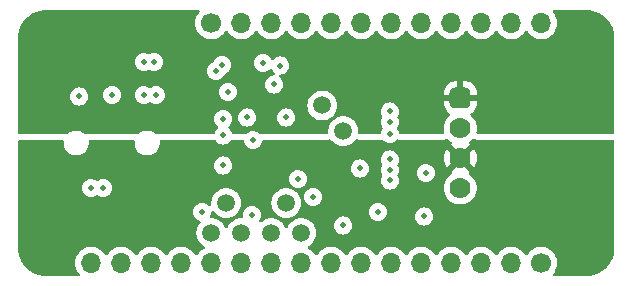
<source format=gbr>
%TF.GenerationSoftware,KiCad,Pcbnew,8.0.5*%
%TF.CreationDate,2024-09-24T12:34:27-04:00*%
%TF.ProjectId,afe-featherwing,6166652d-6665-4617-9468-657277696e67,rev?*%
%TF.SameCoordinates,Original*%
%TF.FileFunction,Copper,L3,Inr*%
%TF.FilePolarity,Positive*%
%FSLAX46Y46*%
G04 Gerber Fmt 4.6, Leading zero omitted, Abs format (unit mm)*
G04 Created by KiCad (PCBNEW 8.0.5) date 2024-09-24 12:34:27*
%MOMM*%
%LPD*%
G01*
G04 APERTURE LIST*
G04 Aperture macros list*
%AMRoundRect*
0 Rectangle with rounded corners*
0 $1 Rounding radius*
0 $2 $3 $4 $5 $6 $7 $8 $9 X,Y pos of 4 corners*
0 Add a 4 corners polygon primitive as box body*
4,1,4,$2,$3,$4,$5,$6,$7,$8,$9,$2,$3,0*
0 Add four circle primitives for the rounded corners*
1,1,$1+$1,$2,$3*
1,1,$1+$1,$4,$5*
1,1,$1+$1,$6,$7*
1,1,$1+$1,$8,$9*
0 Add four rect primitives between the rounded corners*
20,1,$1+$1,$2,$3,$4,$5,0*
20,1,$1+$1,$4,$5,$6,$7,0*
20,1,$1+$1,$6,$7,$8,$9,0*
20,1,$1+$1,$8,$9,$2,$3,0*%
G04 Aperture macros list end*
%TA.AperFunction,ComponentPad*%
%ADD10C,1.500000*%
%TD*%
%TA.AperFunction,ComponentPad*%
%ADD11RoundRect,0.444500X-0.444500X0.444500X-0.444500X-0.444500X0.444500X-0.444500X0.444500X0.444500X0*%
%TD*%
%TA.AperFunction,ComponentPad*%
%ADD12C,1.778000*%
%TD*%
%TA.AperFunction,ComponentPad*%
%ADD13C,1.700000*%
%TD*%
%TA.AperFunction,ComponentPad*%
%ADD14O,1.700000X1.700000*%
%TD*%
%TA.AperFunction,ViaPad*%
%ADD15C,0.508000*%
%TD*%
G04 APERTURE END LIST*
D10*
%TO.N,/ENVF_OUT_SCALED*%
%TO.C,TP8*%
X154940000Y-97790000D03*
%TD*%
%TO.N,/EF_OUT*%
%TO.C,TP7*%
X159766000Y-91694000D03*
%TD*%
%TO.N,/AMP_OUT {slash} EF_IN*%
%TO.C,TP6*%
X157988000Y-89535000D03*
%TD*%
%TO.N,/A3*%
%TO.C,TP5*%
X156210000Y-100330000D03*
%TD*%
%TO.N,/A2*%
%TO.C,TP4*%
X153670000Y-100330000D03*
%TD*%
%TO.N,/A1*%
%TO.C,TP3*%
X151130000Y-100330000D03*
%TD*%
%TO.N,/A0*%
%TO.C,TP2*%
X148590000Y-100330000D03*
%TD*%
%TO.N,/AMP_OUT_SCALED*%
%TO.C,TP1*%
X149860000Y-97790000D03*
%TD*%
D11*
%TO.N,+12V*%
%TO.C,J5*%
X169672000Y-88900000D03*
D12*
%TO.N,GND*%
X169672000Y-91440000D03*
%TO.N,-12V*%
X169672000Y-93980000D03*
%TO.N,Net-(JP10-B)*%
X169672000Y-96520000D03*
%TD*%
D13*
%TO.N,/VBAT*%
%TO.C,J3*%
X148590000Y-82550000D03*
D14*
%TO.N,/~{EN}*%
X151130000Y-82550000D03*
%TO.N,/USB*%
X153670000Y-82550000D03*
%TO.N,/D13*%
X156210000Y-82550000D03*
%TO.N,/D12*%
X158750000Y-82550000D03*
%TO.N,/D11*%
X161290000Y-82550000D03*
%TO.N,/D10*%
X163830000Y-82550000D03*
%TO.N,/D9*%
X166370000Y-82550000D03*
%TO.N,/D6*%
X168910000Y-82550000D03*
%TO.N,unconnected-(J3-Pad10)*%
X171450000Y-82550000D03*
%TO.N,/SCL*%
X173990000Y-82550000D03*
%TO.N,/SDA*%
X176530000Y-82550000D03*
%TD*%
%TO.N,/~{RST}*%
%TO.C,J2*%
X138430000Y-102870000D03*
%TO.N,unconnected-(J2-Pad15)*%
X140970000Y-102870000D03*
%TO.N,/VREF*%
X143510000Y-102870000D03*
%TO.N,GND*%
X146050000Y-102870000D03*
%TO.N,/A0*%
X148590000Y-102870000D03*
%TO.N,/A1*%
X151130000Y-102870000D03*
%TO.N,/A2*%
X153670000Y-102870000D03*
%TO.N,/A3*%
X156210000Y-102870000D03*
%TO.N,unconnected-(J2-Pad8)*%
X158750000Y-102870000D03*
%TO.N,unconnected-(J2-Pad7)*%
X161290000Y-102870000D03*
%TO.N,/SCK*%
X163830000Y-102870000D03*
%TO.N,/MOSI*%
X166370000Y-102870000D03*
%TO.N,/MISO*%
X168910000Y-102870000D03*
%TO.N,/RX*%
X171450000Y-102870000D03*
%TO.N,/TX*%
X173990000Y-102870000D03*
D13*
%TO.N,/USER*%
X176530000Y-102870000D03*
%TD*%
D15*
%TO.N,Net-(JP8-B)*%
X159766000Y-99695000D03*
%TO.N,Net-(JP5-B)*%
X162684400Y-98552000D03*
%TO.N,Net-(JP6-B)*%
X166624000Y-98933000D03*
%TO.N,/EF_BUFFERED*%
X155956000Y-95758000D03*
%TO.N,/RECTIFIER_OUT*%
X161163000Y-94869000D03*
%TO.N,/ENVF_OUT_SCALED*%
X166751000Y-95250000D03*
%TO.N,GND*%
X152019000Y-98806000D03*
X147828000Y-98552000D03*
%TO.N,/AMP_OUT {slash} EF_IN*%
X151638000Y-90551000D03*
X152146000Y-92456000D03*
%TO.N,Net-(JP7-B)*%
X157226000Y-97282000D03*
%TO.N,Net-(JP3-A)*%
X149509400Y-86113835D03*
%TO.N,Net-(JP4-A)*%
X148971000Y-86614000D03*
%TO.N,Net-(JP2-A)*%
X152971974Y-85915974D03*
%TO.N,Net-(JP1-B)*%
X153924000Y-87757000D03*
%TO.N,Net-(JP1-A)*%
X154432615Y-86151654D03*
%TO.N,+12V*%
X148463000Y-87916400D03*
X150622000Y-89535000D03*
X153543000Y-90551000D03*
X156718000Y-91440000D03*
X164973000Y-88138000D03*
X164211000Y-88138000D03*
%TO.N,-12V*%
X147701000Y-93631400D03*
X150495000Y-93218000D03*
X153543000Y-94488000D03*
X157226000Y-93091000D03*
X164973000Y-97663000D03*
X164211000Y-97663000D03*
%TO.N,GND*%
X149606000Y-92075000D03*
X163703000Y-91948000D03*
X163703000Y-90932000D03*
X163703000Y-90043000D03*
X163703000Y-95885000D03*
X163703000Y-94996000D03*
X163703000Y-94107000D03*
X138430000Y-96520000D03*
X139446000Y-96520000D03*
X140208000Y-88646000D03*
X137414000Y-88773000D03*
X142875000Y-88646000D03*
X143891000Y-88646000D03*
X143764000Y-85852000D03*
X142875000Y-85852000D03*
X149987000Y-88392000D03*
X149606000Y-94615000D03*
X149606000Y-90678000D03*
X154940000Y-90551000D03*
%TD*%
%TA.AperFunction,Conductor*%
%TO.N,+12V*%
G36*
X147552752Y-81452902D02*
G01*
X147599245Y-81506558D01*
X147609349Y-81576832D01*
X147579855Y-81641412D01*
X147577331Y-81644238D01*
X147514285Y-81712722D01*
X147514275Y-81712734D01*
X147391141Y-81901206D01*
X147300703Y-82107386D01*
X147300702Y-82107387D01*
X147245437Y-82325624D01*
X147245436Y-82325630D01*
X147245436Y-82325632D01*
X147226844Y-82550000D01*
X147239616Y-82704138D01*
X147245437Y-82774375D01*
X147300702Y-82992612D01*
X147300703Y-82992613D01*
X147300704Y-82992616D01*
X147389781Y-83195692D01*
X147391141Y-83198793D01*
X147514275Y-83387265D01*
X147514279Y-83387270D01*
X147666762Y-83552908D01*
X147721331Y-83595381D01*
X147844424Y-83691189D01*
X148042426Y-83798342D01*
X148042427Y-83798342D01*
X148042428Y-83798343D01*
X148116597Y-83823805D01*
X148255365Y-83871444D01*
X148477431Y-83908500D01*
X148477435Y-83908500D01*
X148702565Y-83908500D01*
X148702569Y-83908500D01*
X148924635Y-83871444D01*
X149137574Y-83798342D01*
X149335576Y-83691189D01*
X149513240Y-83552906D01*
X149665722Y-83387268D01*
X149754518Y-83251354D01*
X149808520Y-83205268D01*
X149878868Y-83195692D01*
X149943225Y-83225669D01*
X149965480Y-83251353D01*
X149998607Y-83302058D01*
X150054275Y-83387265D01*
X150054279Y-83387270D01*
X150206762Y-83552908D01*
X150261331Y-83595381D01*
X150384424Y-83691189D01*
X150582426Y-83798342D01*
X150582427Y-83798342D01*
X150582428Y-83798343D01*
X150656597Y-83823805D01*
X150795365Y-83871444D01*
X151017431Y-83908500D01*
X151017435Y-83908500D01*
X151242565Y-83908500D01*
X151242569Y-83908500D01*
X151464635Y-83871444D01*
X151677574Y-83798342D01*
X151875576Y-83691189D01*
X152053240Y-83552906D01*
X152205722Y-83387268D01*
X152294518Y-83251354D01*
X152348520Y-83205268D01*
X152418868Y-83195692D01*
X152483225Y-83225669D01*
X152505480Y-83251353D01*
X152538607Y-83302058D01*
X152594275Y-83387265D01*
X152594279Y-83387270D01*
X152746762Y-83552908D01*
X152801331Y-83595381D01*
X152924424Y-83691189D01*
X153122426Y-83798342D01*
X153122427Y-83798342D01*
X153122428Y-83798343D01*
X153196597Y-83823805D01*
X153335365Y-83871444D01*
X153557431Y-83908500D01*
X153557435Y-83908500D01*
X153782565Y-83908500D01*
X153782569Y-83908500D01*
X154004635Y-83871444D01*
X154217574Y-83798342D01*
X154415576Y-83691189D01*
X154593240Y-83552906D01*
X154745722Y-83387268D01*
X154834518Y-83251354D01*
X154888520Y-83205268D01*
X154958868Y-83195692D01*
X155023225Y-83225669D01*
X155045480Y-83251353D01*
X155078607Y-83302058D01*
X155134275Y-83387265D01*
X155134279Y-83387270D01*
X155286762Y-83552908D01*
X155341331Y-83595381D01*
X155464424Y-83691189D01*
X155662426Y-83798342D01*
X155662427Y-83798342D01*
X155662428Y-83798343D01*
X155736597Y-83823805D01*
X155875365Y-83871444D01*
X156097431Y-83908500D01*
X156097435Y-83908500D01*
X156322565Y-83908500D01*
X156322569Y-83908500D01*
X156544635Y-83871444D01*
X156757574Y-83798342D01*
X156955576Y-83691189D01*
X157133240Y-83552906D01*
X157285722Y-83387268D01*
X157374518Y-83251354D01*
X157428520Y-83205268D01*
X157498868Y-83195692D01*
X157563225Y-83225669D01*
X157585480Y-83251353D01*
X157618607Y-83302058D01*
X157674275Y-83387265D01*
X157674279Y-83387270D01*
X157826762Y-83552908D01*
X157881331Y-83595381D01*
X158004424Y-83691189D01*
X158202426Y-83798342D01*
X158202427Y-83798342D01*
X158202428Y-83798343D01*
X158276597Y-83823805D01*
X158415365Y-83871444D01*
X158637431Y-83908500D01*
X158637435Y-83908500D01*
X158862565Y-83908500D01*
X158862569Y-83908500D01*
X159084635Y-83871444D01*
X159297574Y-83798342D01*
X159495576Y-83691189D01*
X159673240Y-83552906D01*
X159825722Y-83387268D01*
X159914518Y-83251354D01*
X159968520Y-83205268D01*
X160038868Y-83195692D01*
X160103225Y-83225669D01*
X160125480Y-83251353D01*
X160158607Y-83302058D01*
X160214275Y-83387265D01*
X160214279Y-83387270D01*
X160366762Y-83552908D01*
X160421331Y-83595381D01*
X160544424Y-83691189D01*
X160742426Y-83798342D01*
X160742427Y-83798342D01*
X160742428Y-83798343D01*
X160816597Y-83823805D01*
X160955365Y-83871444D01*
X161177431Y-83908500D01*
X161177435Y-83908500D01*
X161402565Y-83908500D01*
X161402569Y-83908500D01*
X161624635Y-83871444D01*
X161837574Y-83798342D01*
X162035576Y-83691189D01*
X162213240Y-83552906D01*
X162365722Y-83387268D01*
X162454518Y-83251354D01*
X162508520Y-83205268D01*
X162578868Y-83195692D01*
X162643225Y-83225669D01*
X162665480Y-83251353D01*
X162698607Y-83302058D01*
X162754275Y-83387265D01*
X162754279Y-83387270D01*
X162906762Y-83552908D01*
X162961331Y-83595381D01*
X163084424Y-83691189D01*
X163282426Y-83798342D01*
X163282427Y-83798342D01*
X163282428Y-83798343D01*
X163356597Y-83823805D01*
X163495365Y-83871444D01*
X163717431Y-83908500D01*
X163717435Y-83908500D01*
X163942565Y-83908500D01*
X163942569Y-83908500D01*
X164164635Y-83871444D01*
X164377574Y-83798342D01*
X164575576Y-83691189D01*
X164753240Y-83552906D01*
X164905722Y-83387268D01*
X164994518Y-83251354D01*
X165048520Y-83205268D01*
X165118868Y-83195692D01*
X165183225Y-83225669D01*
X165205480Y-83251353D01*
X165238607Y-83302058D01*
X165294275Y-83387265D01*
X165294279Y-83387270D01*
X165446762Y-83552908D01*
X165501331Y-83595381D01*
X165624424Y-83691189D01*
X165822426Y-83798342D01*
X165822427Y-83798342D01*
X165822428Y-83798343D01*
X165896597Y-83823805D01*
X166035365Y-83871444D01*
X166257431Y-83908500D01*
X166257435Y-83908500D01*
X166482565Y-83908500D01*
X166482569Y-83908500D01*
X166704635Y-83871444D01*
X166917574Y-83798342D01*
X167115576Y-83691189D01*
X167293240Y-83552906D01*
X167445722Y-83387268D01*
X167534518Y-83251354D01*
X167588520Y-83205268D01*
X167658868Y-83195692D01*
X167723225Y-83225669D01*
X167745480Y-83251353D01*
X167778607Y-83302058D01*
X167834275Y-83387265D01*
X167834279Y-83387270D01*
X167986762Y-83552908D01*
X168041331Y-83595381D01*
X168164424Y-83691189D01*
X168362426Y-83798342D01*
X168362427Y-83798342D01*
X168362428Y-83798343D01*
X168436597Y-83823805D01*
X168575365Y-83871444D01*
X168797431Y-83908500D01*
X168797435Y-83908500D01*
X169022565Y-83908500D01*
X169022569Y-83908500D01*
X169244635Y-83871444D01*
X169457574Y-83798342D01*
X169655576Y-83691189D01*
X169833240Y-83552906D01*
X169985722Y-83387268D01*
X170074518Y-83251354D01*
X170128520Y-83205268D01*
X170198868Y-83195692D01*
X170263225Y-83225669D01*
X170285480Y-83251353D01*
X170318607Y-83302058D01*
X170374275Y-83387265D01*
X170374279Y-83387270D01*
X170526762Y-83552908D01*
X170581331Y-83595381D01*
X170704424Y-83691189D01*
X170902426Y-83798342D01*
X170902427Y-83798342D01*
X170902428Y-83798343D01*
X170976597Y-83823805D01*
X171115365Y-83871444D01*
X171337431Y-83908500D01*
X171337435Y-83908500D01*
X171562565Y-83908500D01*
X171562569Y-83908500D01*
X171784635Y-83871444D01*
X171997574Y-83798342D01*
X172195576Y-83691189D01*
X172373240Y-83552906D01*
X172525722Y-83387268D01*
X172614518Y-83251354D01*
X172668520Y-83205268D01*
X172738868Y-83195692D01*
X172803225Y-83225669D01*
X172825480Y-83251353D01*
X172858607Y-83302058D01*
X172914275Y-83387265D01*
X172914279Y-83387270D01*
X173066762Y-83552908D01*
X173121331Y-83595381D01*
X173244424Y-83691189D01*
X173442426Y-83798342D01*
X173442427Y-83798342D01*
X173442428Y-83798343D01*
X173516597Y-83823805D01*
X173655365Y-83871444D01*
X173877431Y-83908500D01*
X173877435Y-83908500D01*
X174102565Y-83908500D01*
X174102569Y-83908500D01*
X174324635Y-83871444D01*
X174537574Y-83798342D01*
X174735576Y-83691189D01*
X174913240Y-83552906D01*
X175065722Y-83387268D01*
X175154518Y-83251354D01*
X175208520Y-83205268D01*
X175278868Y-83195692D01*
X175343225Y-83225669D01*
X175365480Y-83251353D01*
X175398607Y-83302058D01*
X175454275Y-83387265D01*
X175454279Y-83387270D01*
X175606762Y-83552908D01*
X175661331Y-83595381D01*
X175784424Y-83691189D01*
X175982426Y-83798342D01*
X175982427Y-83798342D01*
X175982428Y-83798343D01*
X176056597Y-83823805D01*
X176195365Y-83871444D01*
X176417431Y-83908500D01*
X176417435Y-83908500D01*
X176642565Y-83908500D01*
X176642569Y-83908500D01*
X176864635Y-83871444D01*
X177077574Y-83798342D01*
X177275576Y-83691189D01*
X177453240Y-83552906D01*
X177605722Y-83387268D01*
X177728860Y-83198791D01*
X177819296Y-82992616D01*
X177874564Y-82774368D01*
X177893156Y-82550000D01*
X177874564Y-82325632D01*
X177874562Y-82325624D01*
X177819297Y-82107387D01*
X177819296Y-82107386D01*
X177819296Y-82107384D01*
X177728860Y-81901209D01*
X177722140Y-81890924D01*
X177605724Y-81712734D01*
X177605714Y-81712722D01*
X177542669Y-81644238D01*
X177511247Y-81580574D01*
X177519233Y-81510028D01*
X177564092Y-81454998D01*
X177631580Y-81432957D01*
X177635369Y-81432900D01*
X180305102Y-81432900D01*
X180336194Y-81432900D01*
X180343801Y-81433130D01*
X180370172Y-81434725D01*
X180620135Y-81449845D01*
X180635217Y-81451676D01*
X180903783Y-81500892D01*
X180918529Y-81504527D01*
X181179213Y-81585759D01*
X181193426Y-81591150D01*
X181442389Y-81703199D01*
X181455854Y-81710265D01*
X181689511Y-81851516D01*
X181702024Y-81860153D01*
X181916946Y-82028534D01*
X181928334Y-82038624D01*
X182121375Y-82231665D01*
X182131465Y-82243053D01*
X182299846Y-82457975D01*
X182308485Y-82470492D01*
X182449730Y-82704138D01*
X182456800Y-82717610D01*
X182568847Y-82966569D01*
X182574243Y-82980795D01*
X182642173Y-83198791D01*
X182655468Y-83241454D01*
X182659109Y-83256228D01*
X182708321Y-83524770D01*
X182710155Y-83539874D01*
X182726870Y-83816197D01*
X182727100Y-83823805D01*
X182727100Y-91790262D01*
X182707098Y-91858383D01*
X182653442Y-91904876D01*
X182601179Y-91916262D01*
X171153150Y-91923452D01*
X171085017Y-91903493D01*
X171038490Y-91849866D01*
X171028342Y-91779599D01*
X171030925Y-91766529D01*
X171055165Y-91670809D01*
X171074290Y-91440000D01*
X171055165Y-91209191D01*
X171041801Y-91156419D01*
X170998311Y-90984680D01*
X170998308Y-90984673D01*
X170975203Y-90932000D01*
X170905277Y-90772584D01*
X170872062Y-90721744D01*
X170778604Y-90578695D01*
X170621750Y-90408306D01*
X170621745Y-90408301D01*
X170581812Y-90377220D01*
X170540341Y-90319595D01*
X170536608Y-90248697D01*
X170571798Y-90187035D01*
X170600867Y-90166107D01*
X170643355Y-90143913D01*
X170793493Y-90021493D01*
X170915913Y-89871355D01*
X171005603Y-89699653D01*
X171058895Y-89513402D01*
X171058896Y-89513398D01*
X171068999Y-89399749D01*
X171069000Y-89399741D01*
X171069000Y-89154000D01*
X170111942Y-89154000D01*
X170145381Y-89096081D01*
X170180000Y-88966880D01*
X170180000Y-88833120D01*
X170145381Y-88703919D01*
X170111942Y-88646000D01*
X171069000Y-88646000D01*
X171069000Y-88400259D01*
X171068999Y-88400250D01*
X171058896Y-88286601D01*
X171058895Y-88286597D01*
X171005603Y-88100346D01*
X170915913Y-87928644D01*
X170793493Y-87778506D01*
X170643354Y-87656086D01*
X170643356Y-87656086D01*
X170471653Y-87566396D01*
X170285402Y-87513104D01*
X170285398Y-87513103D01*
X170171749Y-87503000D01*
X169926000Y-87503000D01*
X169926000Y-88460058D01*
X169868081Y-88426619D01*
X169738880Y-88392000D01*
X169605120Y-88392000D01*
X169475919Y-88426619D01*
X169418000Y-88460058D01*
X169418000Y-87503000D01*
X169172250Y-87503000D01*
X169058601Y-87513103D01*
X169058597Y-87513104D01*
X168872346Y-87566396D01*
X168700644Y-87656086D01*
X168550506Y-87778506D01*
X168428086Y-87928644D01*
X168338396Y-88100346D01*
X168285104Y-88286597D01*
X168285103Y-88286601D01*
X168275000Y-88400250D01*
X168275000Y-88646000D01*
X169232058Y-88646000D01*
X169198619Y-88703919D01*
X169164000Y-88833120D01*
X169164000Y-88966880D01*
X169198619Y-89096081D01*
X169232058Y-89154000D01*
X168275000Y-89154000D01*
X168275000Y-89399749D01*
X168285103Y-89513398D01*
X168285104Y-89513402D01*
X168338396Y-89699653D01*
X168428086Y-89871355D01*
X168550506Y-90021493D01*
X168700645Y-90143913D01*
X168700647Y-90143915D01*
X168743133Y-90166108D01*
X168794252Y-90215376D01*
X168810619Y-90284460D01*
X168787038Y-90351427D01*
X168762188Y-90377219D01*
X168722256Y-90408299D01*
X168722249Y-90408306D01*
X168565395Y-90578695D01*
X168438722Y-90772584D01*
X168345691Y-90984673D01*
X168345688Y-90984680D01*
X168288837Y-91209178D01*
X168288835Y-91209187D01*
X168269710Y-91440000D01*
X168288835Y-91670811D01*
X168313544Y-91768383D01*
X168310876Y-91839330D01*
X168270275Y-91897572D01*
X168204632Y-91924617D01*
X168191478Y-91925314D01*
X164580704Y-91927582D01*
X164512571Y-91907623D01*
X164466044Y-91853996D01*
X164455417Y-91815687D01*
X164452833Y-91792757D01*
X164451087Y-91777254D01*
X164394336Y-91615070D01*
X164326454Y-91507036D01*
X164307148Y-91438715D01*
X164326454Y-91372964D01*
X164350644Y-91334463D01*
X164394336Y-91264930D01*
X164451087Y-91102746D01*
X164470325Y-90932000D01*
X164451087Y-90761254D01*
X164394336Y-90599070D01*
X164366353Y-90554536D01*
X164347047Y-90486217D01*
X164366354Y-90420462D01*
X164394336Y-90375930D01*
X164451087Y-90213746D01*
X164470325Y-90043000D01*
X164451087Y-89872254D01*
X164394336Y-89710070D01*
X164394334Y-89710067D01*
X164394334Y-89710066D01*
X164302920Y-89564582D01*
X164302919Y-89564580D01*
X164181419Y-89443080D01*
X164181417Y-89443079D01*
X164035933Y-89351665D01*
X164035930Y-89351664D01*
X163994977Y-89337334D01*
X163873746Y-89294913D01*
X163873744Y-89294912D01*
X163873746Y-89294912D01*
X163703000Y-89275675D01*
X163532255Y-89294912D01*
X163370069Y-89351664D01*
X163370066Y-89351665D01*
X163224582Y-89443079D01*
X163224580Y-89443080D01*
X163103080Y-89564580D01*
X163103079Y-89564582D01*
X163011665Y-89710066D01*
X163011664Y-89710069D01*
X162954912Y-89872255D01*
X162935675Y-90043000D01*
X162954912Y-90213744D01*
X163011664Y-90375930D01*
X163011665Y-90375932D01*
X163039646Y-90420464D01*
X163058952Y-90488785D01*
X163039646Y-90554536D01*
X163011665Y-90599067D01*
X163011664Y-90599069D01*
X162954912Y-90761255D01*
X162935675Y-90932000D01*
X162954912Y-91102744D01*
X163010611Y-91261920D01*
X163011664Y-91264930D01*
X163019824Y-91277916D01*
X163079546Y-91372964D01*
X163098851Y-91441286D01*
X163079546Y-91507036D01*
X163011663Y-91615071D01*
X162954913Y-91777251D01*
X162954912Y-91777258D01*
X162950457Y-91816794D01*
X162922953Y-91882246D01*
X162864428Y-91922438D01*
X162825329Y-91928684D01*
X161146266Y-91929739D01*
X161078133Y-91909780D01*
X161031606Y-91856153D01*
X161020667Y-91792757D01*
X161029307Y-91694005D01*
X161029307Y-91694004D01*
X161028841Y-91688675D01*
X161010115Y-91474629D01*
X160953120Y-91261924D01*
X160860056Y-91062347D01*
X160733749Y-90881962D01*
X160578038Y-90726251D01*
X160572138Y-90722120D01*
X160439231Y-90629057D01*
X160397654Y-90599944D01*
X160395778Y-90599069D01*
X160198079Y-90506881D01*
X160198073Y-90506879D01*
X160108178Y-90482791D01*
X159985371Y-90449885D01*
X159766000Y-90430693D01*
X159546629Y-90449885D01*
X159333926Y-90506879D01*
X159333920Y-90506881D01*
X159134346Y-90599944D01*
X158953965Y-90726248D01*
X158953959Y-90726253D01*
X158798253Y-90881959D01*
X158798248Y-90881965D01*
X158671944Y-91062346D01*
X158578881Y-91261920D01*
X158578879Y-91261926D01*
X158549126Y-91372964D01*
X158521885Y-91474629D01*
X158502693Y-91694000D01*
X158509976Y-91777251D01*
X158511485Y-91794492D01*
X158497496Y-91864097D01*
X158448096Y-91915089D01*
X158386043Y-91931473D01*
X152755618Y-91935011D01*
X152687485Y-91915052D01*
X152666448Y-91898110D01*
X152624419Y-91856081D01*
X152624416Y-91856079D01*
X152624415Y-91856078D01*
X152478933Y-91764665D01*
X152478930Y-91764664D01*
X152414360Y-91742070D01*
X152316746Y-91707913D01*
X152316744Y-91707912D01*
X152316746Y-91707912D01*
X152146000Y-91688675D01*
X151975255Y-91707912D01*
X151813069Y-91764664D01*
X151813067Y-91764665D01*
X151667581Y-91856080D01*
X151624787Y-91898873D01*
X151562474Y-91932897D01*
X151535772Y-91935776D01*
X150454835Y-91936455D01*
X150386702Y-91916496D01*
X150340175Y-91862869D01*
X150335827Y-91852070D01*
X150310468Y-91779599D01*
X150297336Y-91742070D01*
X150297334Y-91742067D01*
X150297334Y-91742066D01*
X150205920Y-91596582D01*
X150205919Y-91596580D01*
X150084422Y-91475083D01*
X150084329Y-91475009D01*
X150084284Y-91474945D01*
X150079416Y-91470077D01*
X150080268Y-91469224D01*
X150043543Y-91416897D01*
X150040648Y-91345960D01*
X150076565Y-91284718D01*
X150084329Y-91277991D01*
X150084415Y-91277921D01*
X150084419Y-91277919D01*
X150205919Y-91156419D01*
X150297336Y-91010930D01*
X150354087Y-90848746D01*
X150373325Y-90678000D01*
X150359016Y-90551000D01*
X150870675Y-90551000D01*
X150889912Y-90721744D01*
X150946664Y-90883930D01*
X150946665Y-90883933D01*
X151038079Y-91029417D01*
X151038080Y-91029419D01*
X151159580Y-91150919D01*
X151159582Y-91150920D01*
X151305066Y-91242334D01*
X151305067Y-91242334D01*
X151305070Y-91242336D01*
X151467254Y-91299087D01*
X151467253Y-91299087D01*
X151484543Y-91301034D01*
X151638000Y-91318325D01*
X151808746Y-91299087D01*
X151970930Y-91242336D01*
X152116419Y-91150919D01*
X152237919Y-91029419D01*
X152329336Y-90883930D01*
X152386087Y-90721746D01*
X152405325Y-90551000D01*
X154172675Y-90551000D01*
X154191912Y-90721744D01*
X154248664Y-90883930D01*
X154248665Y-90883933D01*
X154340079Y-91029417D01*
X154340080Y-91029419D01*
X154461580Y-91150919D01*
X154461582Y-91150920D01*
X154607066Y-91242334D01*
X154607067Y-91242334D01*
X154607070Y-91242336D01*
X154769254Y-91299087D01*
X154769253Y-91299087D01*
X154786543Y-91301034D01*
X154940000Y-91318325D01*
X155110746Y-91299087D01*
X155272930Y-91242336D01*
X155418419Y-91150919D01*
X155539919Y-91029419D01*
X155631336Y-90883930D01*
X155688087Y-90721746D01*
X155707325Y-90551000D01*
X155688087Y-90380254D01*
X155631336Y-90218070D01*
X155631334Y-90218067D01*
X155631334Y-90218066D01*
X155539920Y-90072582D01*
X155539919Y-90072580D01*
X155418419Y-89951080D01*
X155418417Y-89951079D01*
X155272933Y-89859665D01*
X155272930Y-89859664D01*
X155110746Y-89802913D01*
X155110744Y-89802912D01*
X155110746Y-89802912D01*
X154940000Y-89783675D01*
X154769255Y-89802912D01*
X154607069Y-89859664D01*
X154607066Y-89859665D01*
X154461582Y-89951079D01*
X154461580Y-89951080D01*
X154340080Y-90072580D01*
X154340079Y-90072582D01*
X154248665Y-90218066D01*
X154248664Y-90218069D01*
X154191912Y-90380255D01*
X154172675Y-90551000D01*
X152405325Y-90551000D01*
X152386087Y-90380254D01*
X152329336Y-90218070D01*
X152329334Y-90218067D01*
X152329334Y-90218066D01*
X152237920Y-90072582D01*
X152237919Y-90072580D01*
X152116419Y-89951080D01*
X152116417Y-89951079D01*
X151970933Y-89859665D01*
X151970930Y-89859664D01*
X151808746Y-89802913D01*
X151808744Y-89802912D01*
X151808746Y-89802912D01*
X151638000Y-89783675D01*
X151467255Y-89802912D01*
X151305069Y-89859664D01*
X151305066Y-89859665D01*
X151159582Y-89951079D01*
X151159580Y-89951080D01*
X151038080Y-90072580D01*
X151038079Y-90072582D01*
X150946665Y-90218066D01*
X150946664Y-90218069D01*
X150889912Y-90380255D01*
X150870675Y-90551000D01*
X150359016Y-90551000D01*
X150354087Y-90507254D01*
X150297336Y-90345070D01*
X150297334Y-90345067D01*
X150297334Y-90345066D01*
X150205920Y-90199582D01*
X150205919Y-90199580D01*
X150084419Y-90078080D01*
X150084417Y-90078079D01*
X149938933Y-89986665D01*
X149938930Y-89986664D01*
X149776746Y-89929913D01*
X149776744Y-89929912D01*
X149776746Y-89929912D01*
X149606000Y-89910675D01*
X149435255Y-89929912D01*
X149273069Y-89986664D01*
X149273066Y-89986665D01*
X149127582Y-90078079D01*
X149127580Y-90078080D01*
X149006080Y-90199580D01*
X149006079Y-90199582D01*
X148914665Y-90345066D01*
X148914664Y-90345069D01*
X148857912Y-90507255D01*
X148838675Y-90678000D01*
X148857912Y-90848744D01*
X148914664Y-91010930D01*
X148914665Y-91010933D01*
X149006079Y-91156417D01*
X149006080Y-91156419D01*
X149127584Y-91277923D01*
X149127678Y-91277998D01*
X149127722Y-91278061D01*
X149132584Y-91282923D01*
X149131731Y-91283775D01*
X149168460Y-91336113D01*
X149171348Y-91407051D01*
X149135426Y-91468289D01*
X149127678Y-91475002D01*
X149127584Y-91475076D01*
X149006080Y-91596580D01*
X149006079Y-91596582D01*
X148914665Y-91742066D01*
X148875799Y-91853139D01*
X148834420Y-91910830D01*
X148768420Y-91936993D01*
X148756949Y-91937523D01*
X143934108Y-91940552D01*
X143865975Y-91920593D01*
X143844936Y-91903649D01*
X143832204Y-91890917D01*
X143659493Y-91775514D01*
X143467586Y-91696024D01*
X143457411Y-91694000D01*
X143263861Y-91655500D01*
X143263859Y-91655500D01*
X143056141Y-91655500D01*
X143056138Y-91655500D01*
X142852413Y-91696024D01*
X142852408Y-91696026D01*
X142660507Y-91775514D01*
X142487797Y-91890915D01*
X142487792Y-91890919D01*
X142474086Y-91904625D01*
X142411771Y-91938647D01*
X142385074Y-91941525D01*
X137937875Y-91944319D01*
X137869742Y-91924360D01*
X137848703Y-91907416D01*
X137832204Y-91890917D01*
X137832201Y-91890915D01*
X137754999Y-91839330D01*
X137659493Y-91775514D01*
X137467586Y-91696024D01*
X137457411Y-91694000D01*
X137263861Y-91655500D01*
X137263859Y-91655500D01*
X137056141Y-91655500D01*
X137056138Y-91655500D01*
X136852413Y-91696024D01*
X136852408Y-91696026D01*
X136660507Y-91775514D01*
X136487797Y-91890915D01*
X136487793Y-91890919D01*
X136470314Y-91908397D01*
X136408001Y-91942419D01*
X136381302Y-91945297D01*
X132358979Y-91947823D01*
X132290846Y-91927864D01*
X132244319Y-91874237D01*
X132232900Y-91821823D01*
X132232900Y-88773000D01*
X136646675Y-88773000D01*
X136665912Y-88943744D01*
X136722664Y-89105930D01*
X136722665Y-89105933D01*
X136814079Y-89251417D01*
X136814080Y-89251419D01*
X136935580Y-89372919D01*
X136935582Y-89372920D01*
X137081066Y-89464334D01*
X137081067Y-89464334D01*
X137081070Y-89464336D01*
X137243254Y-89521087D01*
X137243253Y-89521087D01*
X137260543Y-89523034D01*
X137414000Y-89540325D01*
X137461262Y-89535000D01*
X156724693Y-89535000D01*
X156743885Y-89754370D01*
X156800879Y-89967073D01*
X156800881Y-89967079D01*
X156852642Y-90078081D01*
X156893944Y-90166654D01*
X156976433Y-90284460D01*
X157020251Y-90347038D01*
X157020254Y-90347042D01*
X157175957Y-90502745D01*
X157175961Y-90502748D01*
X157175962Y-90502749D01*
X157356346Y-90629056D01*
X157555924Y-90722120D01*
X157768629Y-90779115D01*
X157988000Y-90798307D01*
X158207371Y-90779115D01*
X158420076Y-90722120D01*
X158619654Y-90629056D01*
X158800038Y-90502749D01*
X158955749Y-90347038D01*
X159082056Y-90166654D01*
X159175120Y-89967076D01*
X159232115Y-89754371D01*
X159251307Y-89535000D01*
X159232115Y-89315629D01*
X159175120Y-89102924D01*
X159082056Y-88903347D01*
X158955749Y-88722962D01*
X158800038Y-88567251D01*
X158793604Y-88562746D01*
X158694708Y-88493498D01*
X158619654Y-88440944D01*
X158588934Y-88426619D01*
X158420079Y-88347881D01*
X158420073Y-88347879D01*
X158290165Y-88313070D01*
X158207371Y-88290885D01*
X157988000Y-88271693D01*
X157768629Y-88290885D01*
X157555926Y-88347879D01*
X157555920Y-88347881D01*
X157356346Y-88440944D01*
X157175965Y-88567248D01*
X157175959Y-88567253D01*
X157020253Y-88722959D01*
X157020248Y-88722965D01*
X156893944Y-88903346D01*
X156800881Y-89102920D01*
X156800879Y-89102926D01*
X156743885Y-89315629D01*
X156724693Y-89535000D01*
X137461262Y-89535000D01*
X137584746Y-89521087D01*
X137746930Y-89464336D01*
X137892419Y-89372919D01*
X138013919Y-89251419D01*
X138105336Y-89105930D01*
X138162087Y-88943746D01*
X138181325Y-88773000D01*
X138167016Y-88646000D01*
X139440675Y-88646000D01*
X139459912Y-88816744D01*
X139516664Y-88978930D01*
X139516665Y-88978933D01*
X139608079Y-89124417D01*
X139608080Y-89124419D01*
X139729580Y-89245919D01*
X139729582Y-89245920D01*
X139875066Y-89337334D01*
X139875067Y-89337334D01*
X139875070Y-89337336D01*
X140037254Y-89394087D01*
X140037253Y-89394087D01*
X140054543Y-89396034D01*
X140208000Y-89413325D01*
X140378746Y-89394087D01*
X140540930Y-89337336D01*
X140686419Y-89245919D01*
X140807919Y-89124419D01*
X140899336Y-88978930D01*
X140956087Y-88816746D01*
X140975325Y-88646000D01*
X142107675Y-88646000D01*
X142126912Y-88816744D01*
X142183664Y-88978930D01*
X142183665Y-88978933D01*
X142275079Y-89124417D01*
X142275080Y-89124419D01*
X142396580Y-89245919D01*
X142396582Y-89245920D01*
X142542066Y-89337334D01*
X142542067Y-89337334D01*
X142542070Y-89337336D01*
X142704254Y-89394087D01*
X142704253Y-89394087D01*
X142721543Y-89396034D01*
X142875000Y-89413325D01*
X143045746Y-89394087D01*
X143207930Y-89337336D01*
X143306063Y-89275675D01*
X143315964Y-89269454D01*
X143384285Y-89250148D01*
X143450036Y-89269454D01*
X143534478Y-89322512D01*
X143558070Y-89337336D01*
X143720254Y-89394087D01*
X143720253Y-89394087D01*
X143737543Y-89396034D01*
X143891000Y-89413325D01*
X144061746Y-89394087D01*
X144223930Y-89337336D01*
X144369419Y-89245919D01*
X144490919Y-89124419D01*
X144582336Y-88978930D01*
X144639087Y-88816746D01*
X144658325Y-88646000D01*
X144639087Y-88475254D01*
X144609955Y-88392000D01*
X149219675Y-88392000D01*
X149238912Y-88562744D01*
X149295664Y-88724930D01*
X149295665Y-88724933D01*
X149387079Y-88870417D01*
X149387080Y-88870419D01*
X149508580Y-88991919D01*
X149508582Y-88991920D01*
X149654066Y-89083334D01*
X149654067Y-89083334D01*
X149654070Y-89083336D01*
X149816254Y-89140087D01*
X149816253Y-89140087D01*
X149833543Y-89142034D01*
X149987000Y-89159325D01*
X150157746Y-89140087D01*
X150319930Y-89083336D01*
X150465419Y-88991919D01*
X150586919Y-88870419D01*
X150678336Y-88724930D01*
X150735087Y-88562746D01*
X150754325Y-88392000D01*
X150735087Y-88221254D01*
X150678336Y-88059070D01*
X150678334Y-88059067D01*
X150678334Y-88059066D01*
X150586920Y-87913582D01*
X150586919Y-87913580D01*
X150465419Y-87792080D01*
X150465417Y-87792079D01*
X150319933Y-87700665D01*
X150319930Y-87700664D01*
X150157746Y-87643913D01*
X150157744Y-87643912D01*
X150157746Y-87643912D01*
X149987000Y-87624675D01*
X149816255Y-87643912D01*
X149654069Y-87700664D01*
X149654066Y-87700665D01*
X149508582Y-87792079D01*
X149508580Y-87792080D01*
X149387080Y-87913580D01*
X149387079Y-87913582D01*
X149295665Y-88059066D01*
X149295664Y-88059069D01*
X149238912Y-88221255D01*
X149219675Y-88392000D01*
X144609955Y-88392000D01*
X144582336Y-88313070D01*
X144582334Y-88313067D01*
X144582334Y-88313066D01*
X144490920Y-88167582D01*
X144490919Y-88167580D01*
X144369419Y-88046080D01*
X144369417Y-88046079D01*
X144223933Y-87954665D01*
X144223930Y-87954664D01*
X144223927Y-87954663D01*
X144061746Y-87897913D01*
X144061744Y-87897912D01*
X144061746Y-87897912D01*
X143891000Y-87878675D01*
X143720255Y-87897912D01*
X143558071Y-87954663D01*
X143450036Y-88022546D01*
X143381714Y-88041851D01*
X143315964Y-88022546D01*
X143249425Y-87980737D01*
X143207930Y-87954664D01*
X143207929Y-87954663D01*
X143207928Y-87954663D01*
X143131003Y-87927746D01*
X143045746Y-87897913D01*
X143045744Y-87897912D01*
X143045746Y-87897912D01*
X142875000Y-87878675D01*
X142704255Y-87897912D01*
X142542069Y-87954664D01*
X142542066Y-87954665D01*
X142396582Y-88046079D01*
X142396580Y-88046080D01*
X142275080Y-88167580D01*
X142275079Y-88167582D01*
X142183665Y-88313066D01*
X142183664Y-88313069D01*
X142126912Y-88475255D01*
X142107675Y-88646000D01*
X140975325Y-88646000D01*
X140956087Y-88475254D01*
X140899336Y-88313070D01*
X140899334Y-88313067D01*
X140899334Y-88313066D01*
X140807920Y-88167582D01*
X140807919Y-88167580D01*
X140686419Y-88046080D01*
X140686417Y-88046079D01*
X140540933Y-87954665D01*
X140540930Y-87954664D01*
X140540927Y-87954663D01*
X140378746Y-87897913D01*
X140378744Y-87897912D01*
X140378746Y-87897912D01*
X140208000Y-87878675D01*
X140037255Y-87897912D01*
X139875069Y-87954664D01*
X139875066Y-87954665D01*
X139729582Y-88046079D01*
X139729580Y-88046080D01*
X139608080Y-88167580D01*
X139608079Y-88167582D01*
X139516665Y-88313066D01*
X139516664Y-88313069D01*
X139459912Y-88475255D01*
X139440675Y-88646000D01*
X138167016Y-88646000D01*
X138162087Y-88602254D01*
X138105336Y-88440070D01*
X138105334Y-88440067D01*
X138105334Y-88440066D01*
X138013920Y-88294582D01*
X138013919Y-88294580D01*
X137892419Y-88173080D01*
X137892417Y-88173079D01*
X137746933Y-88081665D01*
X137746930Y-88081664D01*
X137682360Y-88059070D01*
X137584746Y-88024913D01*
X137584744Y-88024912D01*
X137584746Y-88024912D01*
X137414000Y-88005675D01*
X137243255Y-88024912D01*
X137081069Y-88081664D01*
X137081066Y-88081665D01*
X136935582Y-88173079D01*
X136935580Y-88173080D01*
X136814080Y-88294580D01*
X136814079Y-88294582D01*
X136722665Y-88440066D01*
X136722664Y-88440069D01*
X136665912Y-88602255D01*
X136646675Y-88773000D01*
X132232900Y-88773000D01*
X132232900Y-85852000D01*
X142107675Y-85852000D01*
X142126912Y-86022744D01*
X142183664Y-86184930D01*
X142183665Y-86184933D01*
X142275079Y-86330417D01*
X142275080Y-86330419D01*
X142396580Y-86451919D01*
X142396582Y-86451920D01*
X142542066Y-86543334D01*
X142542067Y-86543334D01*
X142542070Y-86543336D01*
X142704254Y-86600087D01*
X142704253Y-86600087D01*
X142721543Y-86602034D01*
X142875000Y-86619325D01*
X143045746Y-86600087D01*
X143207930Y-86543336D01*
X143252462Y-86515353D01*
X143320783Y-86496047D01*
X143386537Y-86515353D01*
X143431070Y-86543336D01*
X143593254Y-86600087D01*
X143593253Y-86600087D01*
X143610543Y-86602034D01*
X143764000Y-86619325D01*
X143811262Y-86614000D01*
X148203675Y-86614000D01*
X148222912Y-86784744D01*
X148279664Y-86946930D01*
X148279665Y-86946933D01*
X148371079Y-87092417D01*
X148371080Y-87092419D01*
X148492580Y-87213919D01*
X148492582Y-87213920D01*
X148638066Y-87305334D01*
X148638067Y-87305334D01*
X148638070Y-87305336D01*
X148800254Y-87362087D01*
X148800253Y-87362087D01*
X148817543Y-87364034D01*
X148971000Y-87381325D01*
X149141746Y-87362087D01*
X149303930Y-87305336D01*
X149449419Y-87213919D01*
X149570919Y-87092419D01*
X149662336Y-86946930D01*
X149673707Y-86914433D01*
X149715083Y-86856744D01*
X149751015Y-86837123D01*
X149842330Y-86805171D01*
X149987819Y-86713754D01*
X150109319Y-86592254D01*
X150200736Y-86446765D01*
X150257487Y-86284581D01*
X150276725Y-86113835D01*
X150257487Y-85943089D01*
X150247999Y-85915974D01*
X152204649Y-85915974D01*
X152223886Y-86086718D01*
X152280638Y-86248904D01*
X152280639Y-86248907D01*
X152372053Y-86394391D01*
X152372054Y-86394393D01*
X152493554Y-86515893D01*
X152493556Y-86515894D01*
X152639040Y-86607308D01*
X152639041Y-86607308D01*
X152639044Y-86607310D01*
X152801228Y-86664061D01*
X152801227Y-86664061D01*
X152818517Y-86666008D01*
X152971974Y-86683299D01*
X153142720Y-86664061D01*
X153304904Y-86607310D01*
X153450393Y-86515893D01*
X153532200Y-86434085D01*
X153594510Y-86400062D01*
X153665326Y-86405126D01*
X153722162Y-86447672D01*
X153740222Y-86481564D01*
X153741278Y-86484583D01*
X153741280Y-86484587D01*
X153832694Y-86630071D01*
X153832695Y-86630073D01*
X153954195Y-86751573D01*
X153954197Y-86751574D01*
X153966027Y-86759008D01*
X154013065Y-86812187D01*
X154023885Y-86882354D01*
X153995052Y-86947232D01*
X153935720Y-86986223D01*
X153913098Y-86990903D01*
X153753255Y-87008912D01*
X153591069Y-87065664D01*
X153591066Y-87065665D01*
X153445582Y-87157079D01*
X153445580Y-87157080D01*
X153324080Y-87278580D01*
X153324079Y-87278582D01*
X153232665Y-87424066D01*
X153232664Y-87424069D01*
X153175912Y-87586255D01*
X153156675Y-87757000D01*
X153175912Y-87927744D01*
X153232664Y-88089930D01*
X153232665Y-88089933D01*
X153324079Y-88235417D01*
X153324080Y-88235419D01*
X153445580Y-88356919D01*
X153445582Y-88356920D01*
X153591066Y-88448334D01*
X153591067Y-88448334D01*
X153591070Y-88448336D01*
X153753254Y-88505087D01*
X153753253Y-88505087D01*
X153770543Y-88507034D01*
X153924000Y-88524325D01*
X154094746Y-88505087D01*
X154256930Y-88448336D01*
X154402419Y-88356919D01*
X154523919Y-88235419D01*
X154615336Y-88089930D01*
X154672087Y-87927746D01*
X154691325Y-87757000D01*
X154672087Y-87586254D01*
X154615336Y-87424070D01*
X154615334Y-87424067D01*
X154615334Y-87424066D01*
X154523920Y-87278582D01*
X154523919Y-87278580D01*
X154402418Y-87157079D01*
X154390585Y-87149644D01*
X154343548Y-87096465D01*
X154332729Y-87026297D01*
X154361563Y-86961419D01*
X154420896Y-86922430D01*
X154443509Y-86917751D01*
X154603361Y-86899741D01*
X154765545Y-86842990D01*
X154911034Y-86751573D01*
X155032534Y-86630073D01*
X155123951Y-86484584D01*
X155180702Y-86322400D01*
X155199940Y-86151654D01*
X155180702Y-85980908D01*
X155123951Y-85818724D01*
X155123949Y-85818721D01*
X155123949Y-85818720D01*
X155032535Y-85673236D01*
X155032534Y-85673234D01*
X154911034Y-85551734D01*
X154911032Y-85551733D01*
X154765548Y-85460319D01*
X154765545Y-85460318D01*
X154700495Y-85437556D01*
X154603361Y-85403567D01*
X154603359Y-85403566D01*
X154603361Y-85403566D01*
X154432615Y-85384329D01*
X154261870Y-85403566D01*
X154099684Y-85460318D01*
X154099681Y-85460319D01*
X153954198Y-85551732D01*
X153872389Y-85633541D01*
X153810077Y-85667566D01*
X153739261Y-85662500D01*
X153682425Y-85619953D01*
X153664364Y-85586058D01*
X153663310Y-85583044D01*
X153663308Y-85583041D01*
X153663308Y-85583040D01*
X153571894Y-85437556D01*
X153571893Y-85437554D01*
X153450393Y-85316054D01*
X153450391Y-85316053D01*
X153304907Y-85224639D01*
X153304904Y-85224638D01*
X153202045Y-85188646D01*
X153142720Y-85167887D01*
X153142718Y-85167886D01*
X153142720Y-85167886D01*
X152971974Y-85148649D01*
X152801229Y-85167886D01*
X152639043Y-85224638D01*
X152639040Y-85224639D01*
X152493556Y-85316053D01*
X152493554Y-85316054D01*
X152372054Y-85437554D01*
X152372053Y-85437556D01*
X152280639Y-85583040D01*
X152280638Y-85583043D01*
X152223886Y-85745229D01*
X152204649Y-85915974D01*
X150247999Y-85915974D01*
X150200736Y-85780905D01*
X150200734Y-85780902D01*
X150200734Y-85780901D01*
X150109320Y-85635417D01*
X150109319Y-85635415D01*
X149987819Y-85513915D01*
X149987817Y-85513914D01*
X149842333Y-85422500D01*
X149842330Y-85422499D01*
X149680146Y-85365748D01*
X149680144Y-85365747D01*
X149680146Y-85365747D01*
X149509400Y-85346510D01*
X149338655Y-85365747D01*
X149176469Y-85422499D01*
X149176466Y-85422500D01*
X149030982Y-85513914D01*
X149030980Y-85513915D01*
X148909480Y-85635415D01*
X148909479Y-85635417D01*
X148818064Y-85780902D01*
X148806691Y-85813403D01*
X148765310Y-85871093D01*
X148729380Y-85890712D01*
X148638067Y-85922665D01*
X148492582Y-86014079D01*
X148492580Y-86014080D01*
X148371080Y-86135580D01*
X148371079Y-86135582D01*
X148279665Y-86281066D01*
X148279664Y-86281069D01*
X148222912Y-86443255D01*
X148203675Y-86614000D01*
X143811262Y-86614000D01*
X143934746Y-86600087D01*
X144096930Y-86543336D01*
X144242419Y-86451919D01*
X144363919Y-86330419D01*
X144455336Y-86184930D01*
X144512087Y-86022746D01*
X144531325Y-85852000D01*
X144512087Y-85681254D01*
X144455336Y-85519070D01*
X144455334Y-85519067D01*
X144455334Y-85519066D01*
X144363920Y-85373582D01*
X144363919Y-85373580D01*
X144242419Y-85252080D01*
X144242417Y-85252079D01*
X144096933Y-85160665D01*
X144096930Y-85160664D01*
X144062593Y-85148649D01*
X143934746Y-85103913D01*
X143934744Y-85103912D01*
X143934746Y-85103912D01*
X143764000Y-85084675D01*
X143593255Y-85103912D01*
X143431069Y-85160664D01*
X143431067Y-85160665D01*
X143386536Y-85188646D01*
X143318215Y-85207952D01*
X143252464Y-85188646D01*
X143207932Y-85160665D01*
X143207930Y-85160664D01*
X143173593Y-85148649D01*
X143045746Y-85103913D01*
X143045744Y-85103912D01*
X143045746Y-85103912D01*
X142875000Y-85084675D01*
X142704255Y-85103912D01*
X142542069Y-85160664D01*
X142542066Y-85160665D01*
X142396582Y-85252079D01*
X142396580Y-85252080D01*
X142275080Y-85373580D01*
X142275079Y-85373582D01*
X142183665Y-85519066D01*
X142183664Y-85519069D01*
X142126912Y-85681255D01*
X142107675Y-85852000D01*
X132232900Y-85852000D01*
X132232900Y-83823805D01*
X132233130Y-83816198D01*
X132234740Y-83789586D01*
X132249845Y-83539862D01*
X132251676Y-83524784D01*
X132300893Y-83256213D01*
X132304526Y-83241473D01*
X132385761Y-82980780D01*
X132391148Y-82966579D01*
X132503203Y-82717601D01*
X132510261Y-82704151D01*
X132651521Y-82470480D01*
X132660144Y-82457987D01*
X132828540Y-82243045D01*
X132838616Y-82231673D01*
X133031673Y-82038616D01*
X133043045Y-82028540D01*
X133257987Y-81860144D01*
X133270480Y-81851521D01*
X133504151Y-81710261D01*
X133517601Y-81703203D01*
X133766579Y-81591148D01*
X133780780Y-81585761D01*
X134041473Y-81504526D01*
X134056213Y-81500893D01*
X134324784Y-81451676D01*
X134339862Y-81449845D01*
X134591664Y-81434614D01*
X134616199Y-81433130D01*
X134623806Y-81432900D01*
X134654898Y-81432900D01*
X147484631Y-81432900D01*
X147552752Y-81452902D01*
G37*
%TD.AperFunction*%
%TD*%
%TA.AperFunction,Conductor*%
%TO.N,-12V*%
G36*
X168621094Y-92366210D02*
G01*
X168641741Y-92384238D01*
X168722248Y-92471692D01*
X168722253Y-92471696D01*
X168722255Y-92471698D01*
X168901083Y-92610886D01*
X168942553Y-92668509D01*
X168946287Y-92739408D01*
X168911097Y-92801070D01*
X168901079Y-92809750D01*
X168878519Y-92827307D01*
X168878519Y-92827310D01*
X169540518Y-93489309D01*
X169475919Y-93506619D01*
X169360080Y-93573498D01*
X169265498Y-93668080D01*
X169198619Y-93783919D01*
X169181309Y-93848518D01*
X168520744Y-93187953D01*
X168520743Y-93187954D01*
X168439168Y-93312814D01*
X168439161Y-93312828D01*
X168346166Y-93524836D01*
X168346163Y-93524843D01*
X168289332Y-93749265D01*
X168270212Y-93980000D01*
X168289332Y-94210734D01*
X168346163Y-94435156D01*
X168346166Y-94435163D01*
X168439159Y-94647167D01*
X168439166Y-94647179D01*
X168520744Y-94772044D01*
X169181309Y-94111479D01*
X169198619Y-94176081D01*
X169265498Y-94291920D01*
X169360080Y-94386502D01*
X169475919Y-94453381D01*
X169540519Y-94470690D01*
X168878519Y-95132689D01*
X168901081Y-95150250D01*
X168942554Y-95207875D01*
X168946288Y-95278773D01*
X168911099Y-95340435D01*
X168901090Y-95349108D01*
X168803497Y-95425069D01*
X168722248Y-95488307D01*
X168565395Y-95658695D01*
X168438722Y-95852584D01*
X168345691Y-96064673D01*
X168345688Y-96064680D01*
X168288837Y-96289178D01*
X168288835Y-96289187D01*
X168269710Y-96520000D01*
X168288835Y-96750812D01*
X168288837Y-96750821D01*
X168345688Y-96975319D01*
X168345691Y-96975326D01*
X168438722Y-97187415D01*
X168565395Y-97381304D01*
X168722248Y-97551692D01*
X168722253Y-97551696D01*
X168722255Y-97551698D01*
X168905019Y-97693949D01*
X168905020Y-97693950D01*
X169108707Y-97804180D01*
X169108709Y-97804181D01*
X169223716Y-97843662D01*
X169327758Y-97879380D01*
X169556200Y-97917500D01*
X169556204Y-97917500D01*
X169787796Y-97917500D01*
X169787800Y-97917500D01*
X170016242Y-97879380D01*
X170235293Y-97804180D01*
X170438980Y-97693950D01*
X170621745Y-97551698D01*
X170778604Y-97381304D01*
X170905277Y-97187416D01*
X170998310Y-96975323D01*
X171041801Y-96803581D01*
X171055162Y-96750821D01*
X171055164Y-96750812D01*
X171055165Y-96750809D01*
X171074290Y-96520000D01*
X171055165Y-96289191D01*
X171041801Y-96236419D01*
X170998311Y-96064680D01*
X170998308Y-96064673D01*
X170994391Y-96055744D01*
X170905277Y-95852584D01*
X170852572Y-95771913D01*
X170778604Y-95658695D01*
X170621750Y-95488306D01*
X170621745Y-95488301D01*
X170442917Y-95349113D01*
X170401446Y-95291488D01*
X170397713Y-95220590D01*
X170432903Y-95158928D01*
X170442919Y-95150249D01*
X170465480Y-95132689D01*
X169803481Y-94470690D01*
X169868081Y-94453381D01*
X169983920Y-94386502D01*
X170078502Y-94291920D01*
X170145381Y-94176081D01*
X170162690Y-94111481D01*
X170823253Y-94772044D01*
X170823254Y-94772044D01*
X170904837Y-94647173D01*
X170997833Y-94435163D01*
X170997836Y-94435156D01*
X171054667Y-94210734D01*
X171073787Y-93980000D01*
X171054667Y-93749265D01*
X170997836Y-93524843D01*
X170997833Y-93524836D01*
X170904837Y-93312826D01*
X170823254Y-93187954D01*
X170162690Y-93848518D01*
X170145381Y-93783919D01*
X170078502Y-93668080D01*
X169983920Y-93573498D01*
X169868081Y-93506619D01*
X169803480Y-93489309D01*
X170465480Y-92827309D01*
X170465479Y-92827308D01*
X170442919Y-92809749D01*
X170401447Y-92752125D01*
X170397712Y-92681226D01*
X170432901Y-92619564D01*
X170442907Y-92610893D01*
X170621745Y-92471698D01*
X170703063Y-92383362D01*
X170763914Y-92346793D01*
X170834878Y-92348926D01*
X170848033Y-92354054D01*
X170940658Y-92396284D01*
X170986734Y-92409781D01*
X171008780Y-92416240D01*
X171008782Y-92416240D01*
X171008791Y-92416243D01*
X171153473Y-92436952D01*
X182601022Y-92429762D01*
X182669154Y-92449721D01*
X182715681Y-92503348D01*
X182727100Y-92555762D01*
X182727101Y-101565102D01*
X182727101Y-101596195D01*
X182726871Y-101603803D01*
X182710156Y-101880126D01*
X182708322Y-101895230D01*
X182659110Y-102163772D01*
X182655469Y-102178546D01*
X182574244Y-102439205D01*
X182568848Y-102453431D01*
X182456801Y-102702389D01*
X182449730Y-102715862D01*
X182308486Y-102949508D01*
X182299843Y-102962029D01*
X182131470Y-103176942D01*
X182121380Y-103188331D01*
X181928331Y-103381380D01*
X181916942Y-103391470D01*
X181702029Y-103559843D01*
X181689508Y-103568486D01*
X181455862Y-103709730D01*
X181442389Y-103716801D01*
X181193431Y-103828848D01*
X181179205Y-103834244D01*
X180918546Y-103915469D01*
X180903772Y-103919110D01*
X180635230Y-103968322D01*
X180620126Y-103970156D01*
X180383587Y-103984463D01*
X180343802Y-103986870D01*
X180336196Y-103987100D01*
X177635369Y-103987100D01*
X177567248Y-103967098D01*
X177520755Y-103913442D01*
X177510651Y-103843168D01*
X177540145Y-103778588D01*
X177542669Y-103775762D01*
X177605714Y-103707277D01*
X177605724Y-103707265D01*
X177668549Y-103611104D01*
X177728860Y-103518791D01*
X177819296Y-103312616D01*
X177874564Y-103094368D01*
X177893156Y-102870000D01*
X177874564Y-102645632D01*
X177824131Y-102446477D01*
X177819297Y-102427387D01*
X177819296Y-102427386D01*
X177819296Y-102427384D01*
X177728860Y-102221209D01*
X177722140Y-102210924D01*
X177605724Y-102032734D01*
X177605720Y-102032729D01*
X177453237Y-101867091D01*
X177371382Y-101803381D01*
X177275576Y-101728811D01*
X177077574Y-101621658D01*
X177077572Y-101621657D01*
X177077571Y-101621656D01*
X176864639Y-101548557D01*
X176864630Y-101548555D01*
X176791949Y-101536427D01*
X176642569Y-101511500D01*
X176417431Y-101511500D01*
X176269211Y-101536233D01*
X176195369Y-101548555D01*
X176195360Y-101548557D01*
X175982428Y-101621656D01*
X175982426Y-101621658D01*
X175784426Y-101728810D01*
X175784424Y-101728811D01*
X175606762Y-101867091D01*
X175454279Y-102032729D01*
X175365483Y-102168643D01*
X175311479Y-102214731D01*
X175241131Y-102224306D01*
X175176774Y-102194329D01*
X175154517Y-102168643D01*
X175065720Y-102032729D01*
X174913237Y-101867091D01*
X174831382Y-101803381D01*
X174735576Y-101728811D01*
X174537574Y-101621658D01*
X174537572Y-101621657D01*
X174537571Y-101621656D01*
X174324639Y-101548557D01*
X174324630Y-101548555D01*
X174251949Y-101536427D01*
X174102569Y-101511500D01*
X173877431Y-101511500D01*
X173729211Y-101536233D01*
X173655369Y-101548555D01*
X173655360Y-101548557D01*
X173442428Y-101621656D01*
X173442426Y-101621658D01*
X173244426Y-101728810D01*
X173244424Y-101728811D01*
X173066762Y-101867091D01*
X172914279Y-102032729D01*
X172825483Y-102168643D01*
X172771479Y-102214731D01*
X172701131Y-102224306D01*
X172636774Y-102194329D01*
X172614517Y-102168643D01*
X172525720Y-102032729D01*
X172373237Y-101867091D01*
X172291382Y-101803381D01*
X172195576Y-101728811D01*
X171997574Y-101621658D01*
X171997572Y-101621657D01*
X171997571Y-101621656D01*
X171784639Y-101548557D01*
X171784630Y-101548555D01*
X171711949Y-101536427D01*
X171562569Y-101511500D01*
X171337431Y-101511500D01*
X171189211Y-101536233D01*
X171115369Y-101548555D01*
X171115360Y-101548557D01*
X170902428Y-101621656D01*
X170902426Y-101621658D01*
X170704426Y-101728810D01*
X170704424Y-101728811D01*
X170526762Y-101867091D01*
X170374279Y-102032729D01*
X170285483Y-102168643D01*
X170231479Y-102214731D01*
X170161131Y-102224306D01*
X170096774Y-102194329D01*
X170074517Y-102168643D01*
X169985720Y-102032729D01*
X169833237Y-101867091D01*
X169751382Y-101803381D01*
X169655576Y-101728811D01*
X169457574Y-101621658D01*
X169457572Y-101621657D01*
X169457571Y-101621656D01*
X169244639Y-101548557D01*
X169244630Y-101548555D01*
X169171949Y-101536427D01*
X169022569Y-101511500D01*
X168797431Y-101511500D01*
X168649211Y-101536233D01*
X168575369Y-101548555D01*
X168575360Y-101548557D01*
X168362428Y-101621656D01*
X168362426Y-101621658D01*
X168164426Y-101728810D01*
X168164424Y-101728811D01*
X167986762Y-101867091D01*
X167834279Y-102032729D01*
X167745483Y-102168643D01*
X167691479Y-102214731D01*
X167621131Y-102224306D01*
X167556774Y-102194329D01*
X167534517Y-102168643D01*
X167445720Y-102032729D01*
X167293237Y-101867091D01*
X167211382Y-101803381D01*
X167115576Y-101728811D01*
X166917574Y-101621658D01*
X166917572Y-101621657D01*
X166917571Y-101621656D01*
X166704639Y-101548557D01*
X166704630Y-101548555D01*
X166631949Y-101536427D01*
X166482569Y-101511500D01*
X166257431Y-101511500D01*
X166109211Y-101536233D01*
X166035369Y-101548555D01*
X166035360Y-101548557D01*
X165822428Y-101621656D01*
X165822426Y-101621658D01*
X165624426Y-101728810D01*
X165624424Y-101728811D01*
X165446762Y-101867091D01*
X165294279Y-102032729D01*
X165205483Y-102168643D01*
X165151479Y-102214731D01*
X165081131Y-102224306D01*
X165016774Y-102194329D01*
X164994517Y-102168643D01*
X164905720Y-102032729D01*
X164753237Y-101867091D01*
X164671382Y-101803381D01*
X164575576Y-101728811D01*
X164377574Y-101621658D01*
X164377572Y-101621657D01*
X164377571Y-101621656D01*
X164164639Y-101548557D01*
X164164630Y-101548555D01*
X164091949Y-101536427D01*
X163942569Y-101511500D01*
X163717431Y-101511500D01*
X163569211Y-101536233D01*
X163495369Y-101548555D01*
X163495360Y-101548557D01*
X163282428Y-101621656D01*
X163282426Y-101621658D01*
X163084426Y-101728810D01*
X163084424Y-101728811D01*
X162906762Y-101867091D01*
X162754279Y-102032729D01*
X162665483Y-102168643D01*
X162611479Y-102214731D01*
X162541131Y-102224306D01*
X162476774Y-102194329D01*
X162454517Y-102168643D01*
X162365720Y-102032729D01*
X162213237Y-101867091D01*
X162131382Y-101803381D01*
X162035576Y-101728811D01*
X161837574Y-101621658D01*
X161837572Y-101621657D01*
X161837571Y-101621656D01*
X161624639Y-101548557D01*
X161624630Y-101548555D01*
X161551949Y-101536427D01*
X161402569Y-101511500D01*
X161177431Y-101511500D01*
X161029211Y-101536233D01*
X160955369Y-101548555D01*
X160955360Y-101548557D01*
X160742428Y-101621656D01*
X160742426Y-101621658D01*
X160544426Y-101728810D01*
X160544424Y-101728811D01*
X160366762Y-101867091D01*
X160214279Y-102032729D01*
X160125483Y-102168643D01*
X160071479Y-102214731D01*
X160001131Y-102224306D01*
X159936774Y-102194329D01*
X159914517Y-102168643D01*
X159825720Y-102032729D01*
X159673237Y-101867091D01*
X159591382Y-101803381D01*
X159495576Y-101728811D01*
X159297574Y-101621658D01*
X159297572Y-101621657D01*
X159297571Y-101621656D01*
X159084639Y-101548557D01*
X159084630Y-101548555D01*
X159011949Y-101536427D01*
X158862569Y-101511500D01*
X158637431Y-101511500D01*
X158489211Y-101536233D01*
X158415369Y-101548555D01*
X158415360Y-101548557D01*
X158202428Y-101621656D01*
X158202426Y-101621658D01*
X158004426Y-101728810D01*
X158004424Y-101728811D01*
X157826762Y-101867091D01*
X157674279Y-102032729D01*
X157585483Y-102168643D01*
X157531479Y-102214731D01*
X157461131Y-102224306D01*
X157396774Y-102194329D01*
X157374517Y-102168643D01*
X157285720Y-102032729D01*
X157133237Y-101867091D01*
X157051382Y-101803381D01*
X156955576Y-101728811D01*
X156820582Y-101655756D01*
X156770192Y-101605744D01*
X156754840Y-101536427D01*
X156779401Y-101469814D01*
X156827302Y-101430748D01*
X156841654Y-101424056D01*
X157022038Y-101297749D01*
X157177749Y-101142038D01*
X157304056Y-100961654D01*
X157397120Y-100762076D01*
X157454115Y-100549371D01*
X157473307Y-100330000D01*
X157454115Y-100110629D01*
X157397120Y-99897924D01*
X157304056Y-99698347D01*
X157301712Y-99695000D01*
X158998675Y-99695000D01*
X159017912Y-99865744D01*
X159074664Y-100027930D01*
X159074665Y-100027933D01*
X159166079Y-100173417D01*
X159166080Y-100173419D01*
X159287580Y-100294919D01*
X159287582Y-100294920D01*
X159433066Y-100386334D01*
X159433067Y-100386334D01*
X159433070Y-100386336D01*
X159595254Y-100443087D01*
X159595253Y-100443087D01*
X159612543Y-100445034D01*
X159766000Y-100462325D01*
X159936746Y-100443087D01*
X160098930Y-100386336D01*
X160244419Y-100294919D01*
X160365919Y-100173419D01*
X160457336Y-100027930D01*
X160514087Y-99865746D01*
X160533325Y-99695000D01*
X160514087Y-99524254D01*
X160457336Y-99362070D01*
X160457334Y-99362067D01*
X160457334Y-99362066D01*
X160365920Y-99216582D01*
X160365919Y-99216580D01*
X160244419Y-99095080D01*
X160244417Y-99095079D01*
X160098933Y-99003665D01*
X160098930Y-99003664D01*
X160022003Y-98976746D01*
X159936746Y-98946913D01*
X159936744Y-98946912D01*
X159936746Y-98946912D01*
X159766000Y-98927675D01*
X159595255Y-98946912D01*
X159433069Y-99003664D01*
X159433066Y-99003665D01*
X159287582Y-99095079D01*
X159287580Y-99095080D01*
X159166080Y-99216580D01*
X159166079Y-99216582D01*
X159074665Y-99362066D01*
X159074664Y-99362069D01*
X159017912Y-99524255D01*
X158998675Y-99695000D01*
X157301712Y-99695000D01*
X157177749Y-99517962D01*
X157022038Y-99362251D01*
X157021778Y-99362069D01*
X156960732Y-99319324D01*
X156841654Y-99235944D01*
X156800130Y-99216581D01*
X156642079Y-99142881D01*
X156642073Y-99142879D01*
X156496028Y-99103746D01*
X156429371Y-99085885D01*
X156210000Y-99066693D01*
X155990629Y-99085885D01*
X155777926Y-99142879D01*
X155777920Y-99142881D01*
X155578346Y-99235944D01*
X155397965Y-99362248D01*
X155397959Y-99362253D01*
X155242253Y-99517959D01*
X155242248Y-99517965D01*
X155115944Y-99698346D01*
X155054195Y-99830768D01*
X155007278Y-99884053D01*
X154939000Y-99903514D01*
X154871040Y-99882972D01*
X154825805Y-99830768D01*
X154764978Y-99700325D01*
X154764056Y-99698347D01*
X154637749Y-99517962D01*
X154482038Y-99362251D01*
X154481778Y-99362069D01*
X154420732Y-99319324D01*
X154301654Y-99235944D01*
X154260130Y-99216581D01*
X154102079Y-99142881D01*
X154102073Y-99142879D01*
X153956028Y-99103746D01*
X153889371Y-99085885D01*
X153670000Y-99066693D01*
X153450629Y-99085885D01*
X153237926Y-99142879D01*
X153237920Y-99142881D01*
X153038343Y-99235945D01*
X152854363Y-99364769D01*
X152787089Y-99387457D01*
X152718229Y-99370172D01*
X152669645Y-99318402D01*
X152656763Y-99248584D01*
X152675407Y-99194519D01*
X152710336Y-99138930D01*
X152767087Y-98976746D01*
X152786325Y-98806000D01*
X152767087Y-98635254D01*
X152710336Y-98473070D01*
X152710334Y-98473067D01*
X152710334Y-98473066D01*
X152618920Y-98327582D01*
X152618919Y-98327580D01*
X152497419Y-98206080D01*
X152497417Y-98206079D01*
X152351933Y-98114665D01*
X152351930Y-98114664D01*
X152189746Y-98057913D01*
X152189744Y-98057912D01*
X152189746Y-98057912D01*
X152019000Y-98038675D01*
X151848255Y-98057912D01*
X151686069Y-98114664D01*
X151686066Y-98114665D01*
X151540582Y-98206079D01*
X151540580Y-98206080D01*
X151419080Y-98327580D01*
X151419079Y-98327582D01*
X151327665Y-98473066D01*
X151327664Y-98473069D01*
X151270912Y-98635255D01*
X151251675Y-98806000D01*
X151265306Y-98926989D01*
X151253056Y-98996921D01*
X151204943Y-99049128D01*
X151136242Y-99067036D01*
X151130427Y-99066693D01*
X151130005Y-99066693D01*
X151130002Y-99066693D01*
X151130000Y-99066693D01*
X150912629Y-99085710D01*
X150910629Y-99085885D01*
X150697926Y-99142879D01*
X150697920Y-99142881D01*
X150498346Y-99235944D01*
X150317965Y-99362248D01*
X150317959Y-99362253D01*
X150162253Y-99517959D01*
X150162248Y-99517965D01*
X150035944Y-99698346D01*
X149974195Y-99830768D01*
X149927278Y-99884053D01*
X149859000Y-99903514D01*
X149791040Y-99882972D01*
X149745805Y-99830768D01*
X149684978Y-99700325D01*
X149684056Y-99698347D01*
X149557749Y-99517962D01*
X149402038Y-99362251D01*
X149401778Y-99362069D01*
X149340732Y-99319324D01*
X149221654Y-99235944D01*
X149180130Y-99216581D01*
X149022079Y-99142881D01*
X149022073Y-99142879D01*
X148876028Y-99103746D01*
X148809371Y-99085885D01*
X148767822Y-99082250D01*
X148619860Y-99069305D01*
X148553742Y-99043441D01*
X148512102Y-98985938D01*
X148508162Y-98915050D01*
X148517322Y-98889110D01*
X148519330Y-98884939D01*
X148519336Y-98884930D01*
X148576087Y-98722746D01*
X148594319Y-98560927D01*
X148621821Y-98495477D01*
X148680344Y-98455283D01*
X148751308Y-98453110D01*
X148812181Y-98489648D01*
X148822739Y-98502765D01*
X148892251Y-98602038D01*
X148892254Y-98602042D01*
X149047957Y-98757745D01*
X149047961Y-98757748D01*
X149047962Y-98757749D01*
X149228346Y-98884056D01*
X149427924Y-98977120D01*
X149640629Y-99034115D01*
X149860000Y-99053307D01*
X150079371Y-99034115D01*
X150292076Y-98977120D01*
X150491654Y-98884056D01*
X150672038Y-98757749D01*
X150827749Y-98602038D01*
X150954056Y-98421654D01*
X151047120Y-98222076D01*
X151104115Y-98009371D01*
X151123307Y-97790000D01*
X153676693Y-97790000D01*
X153695885Y-98009370D01*
X153752879Y-98222073D01*
X153752881Y-98222079D01*
X153804642Y-98333081D01*
X153845944Y-98421654D01*
X153897636Y-98495477D01*
X153972251Y-98602038D01*
X153972254Y-98602042D01*
X154127957Y-98757745D01*
X154127961Y-98757748D01*
X154127962Y-98757749D01*
X154308346Y-98884056D01*
X154507924Y-98977120D01*
X154720629Y-99034115D01*
X154940000Y-99053307D01*
X155159371Y-99034115D01*
X155372076Y-98977120D01*
X155571654Y-98884056D01*
X155752038Y-98757749D01*
X155907749Y-98602038D01*
X155942786Y-98552000D01*
X161917075Y-98552000D01*
X161936312Y-98722744D01*
X161993064Y-98884930D01*
X161993065Y-98884933D01*
X162084479Y-99030417D01*
X162084480Y-99030419D01*
X162205980Y-99151919D01*
X162205982Y-99151920D01*
X162351466Y-99243334D01*
X162351467Y-99243334D01*
X162351470Y-99243336D01*
X162513654Y-99300087D01*
X162513653Y-99300087D01*
X162530943Y-99302034D01*
X162684400Y-99319325D01*
X162855146Y-99300087D01*
X163017330Y-99243336D01*
X163162819Y-99151919D01*
X163284319Y-99030419D01*
X163345532Y-98933000D01*
X165856675Y-98933000D01*
X165875912Y-99103744D01*
X165932664Y-99265930D01*
X165932665Y-99265933D01*
X166024079Y-99411417D01*
X166024080Y-99411419D01*
X166145580Y-99532919D01*
X166145582Y-99532920D01*
X166291066Y-99624334D01*
X166291067Y-99624334D01*
X166291070Y-99624336D01*
X166453254Y-99681087D01*
X166453253Y-99681087D01*
X166470543Y-99683034D01*
X166624000Y-99700325D01*
X166794746Y-99681087D01*
X166956930Y-99624336D01*
X167102419Y-99532919D01*
X167223919Y-99411419D01*
X167315336Y-99265930D01*
X167372087Y-99103746D01*
X167391325Y-98933000D01*
X167372087Y-98762254D01*
X167315336Y-98600070D01*
X167315334Y-98600067D01*
X167315334Y-98600066D01*
X167223920Y-98454582D01*
X167223919Y-98454580D01*
X167102419Y-98333080D01*
X167102417Y-98333079D01*
X166956933Y-98241665D01*
X166956930Y-98241664D01*
X166794746Y-98184913D01*
X166794744Y-98184912D01*
X166794746Y-98184912D01*
X166624000Y-98165675D01*
X166453255Y-98184912D01*
X166291069Y-98241664D01*
X166291066Y-98241665D01*
X166145582Y-98333079D01*
X166145580Y-98333080D01*
X166024080Y-98454580D01*
X166024079Y-98454582D01*
X165932665Y-98600066D01*
X165932664Y-98600069D01*
X165875912Y-98762255D01*
X165856675Y-98933000D01*
X163345532Y-98933000D01*
X163375736Y-98884930D01*
X163432487Y-98722746D01*
X163451725Y-98552000D01*
X163432487Y-98381254D01*
X163375736Y-98219070D01*
X163375734Y-98219067D01*
X163375734Y-98219066D01*
X163284320Y-98073582D01*
X163284319Y-98073580D01*
X163162819Y-97952080D01*
X163162817Y-97952079D01*
X163017333Y-97860665D01*
X163017330Y-97860664D01*
X162855146Y-97803913D01*
X162855144Y-97803912D01*
X162855146Y-97803912D01*
X162684400Y-97784675D01*
X162513655Y-97803912D01*
X162351469Y-97860664D01*
X162351466Y-97860665D01*
X162205982Y-97952079D01*
X162205980Y-97952080D01*
X162084480Y-98073580D01*
X162084479Y-98073582D01*
X161993065Y-98219066D01*
X161993064Y-98219069D01*
X161936312Y-98381255D01*
X161917075Y-98552000D01*
X155942786Y-98552000D01*
X156034056Y-98421654D01*
X156127120Y-98222076D01*
X156184115Y-98009371D01*
X156203307Y-97790000D01*
X156184115Y-97570629D01*
X156127120Y-97357924D01*
X156091716Y-97282000D01*
X156458675Y-97282000D01*
X156477912Y-97452744D01*
X156534664Y-97614930D01*
X156534665Y-97614933D01*
X156626079Y-97760417D01*
X156626080Y-97760419D01*
X156747580Y-97881919D01*
X156747582Y-97881920D01*
X156893066Y-97973334D01*
X156893067Y-97973334D01*
X156893070Y-97973336D01*
X157055254Y-98030087D01*
X157055253Y-98030087D01*
X157072543Y-98032034D01*
X157226000Y-98049325D01*
X157396746Y-98030087D01*
X157558930Y-97973336D01*
X157704419Y-97881919D01*
X157825919Y-97760419D01*
X157917336Y-97614930D01*
X157974087Y-97452746D01*
X157993325Y-97282000D01*
X157974087Y-97111254D01*
X157917336Y-96949070D01*
X157917334Y-96949067D01*
X157917334Y-96949066D01*
X157825920Y-96803582D01*
X157825919Y-96803580D01*
X157704419Y-96682080D01*
X157704417Y-96682079D01*
X157558933Y-96590665D01*
X157558930Y-96590664D01*
X157517977Y-96576334D01*
X157396746Y-96533913D01*
X157396744Y-96533912D01*
X157396746Y-96533912D01*
X157226000Y-96514675D01*
X157055255Y-96533912D01*
X156893069Y-96590664D01*
X156893066Y-96590665D01*
X156747582Y-96682079D01*
X156747580Y-96682080D01*
X156626080Y-96803580D01*
X156626079Y-96803582D01*
X156534665Y-96949066D01*
X156534664Y-96949069D01*
X156477912Y-97111255D01*
X156458675Y-97282000D01*
X156091716Y-97282000D01*
X156034056Y-97158347D01*
X155907749Y-96977962D01*
X155752038Y-96822251D01*
X155571654Y-96695944D01*
X155571650Y-96695942D01*
X155567147Y-96692789D01*
X155567826Y-96691818D01*
X155529878Y-96652015D01*
X155482341Y-96652500D01*
X155463355Y-96645443D01*
X155372083Y-96602883D01*
X155372079Y-96602881D01*
X155372076Y-96602880D01*
X155372074Y-96602879D01*
X155372073Y-96602879D01*
X155273006Y-96576334D01*
X155159371Y-96545885D01*
X154940000Y-96526693D01*
X154720629Y-96545885D01*
X154507926Y-96602879D01*
X154507920Y-96602881D01*
X154308346Y-96695944D01*
X154127965Y-96822248D01*
X154127959Y-96822253D01*
X153972253Y-96977959D01*
X153972248Y-96977965D01*
X153845944Y-97158346D01*
X153752881Y-97357920D01*
X153752879Y-97357926D01*
X153695885Y-97570629D01*
X153676693Y-97790000D01*
X151123307Y-97790000D01*
X151104115Y-97570629D01*
X151047120Y-97357924D01*
X150954056Y-97158347D01*
X150827749Y-96977962D01*
X150672038Y-96822251D01*
X150491654Y-96695944D01*
X150480507Y-96690746D01*
X150292079Y-96602881D01*
X150292073Y-96602879D01*
X150193006Y-96576334D01*
X150079371Y-96545885D01*
X149860000Y-96526693D01*
X149640629Y-96545885D01*
X149427926Y-96602879D01*
X149427920Y-96602881D01*
X149228346Y-96695944D01*
X149047965Y-96822248D01*
X149047959Y-96822253D01*
X148892253Y-96977959D01*
X148892248Y-96977965D01*
X148765944Y-97158346D01*
X148672881Y-97357920D01*
X148672879Y-97357926D01*
X148615885Y-97570629D01*
X148596693Y-97790000D01*
X148609891Y-97940860D01*
X148595901Y-98010465D01*
X148546502Y-98061457D01*
X148477376Y-98077647D01*
X148410470Y-98053894D01*
X148395275Y-98040936D01*
X148306419Y-97952080D01*
X148306417Y-97952079D01*
X148160933Y-97860665D01*
X148160930Y-97860664D01*
X147998746Y-97803913D01*
X147998744Y-97803912D01*
X147998746Y-97803912D01*
X147828000Y-97784675D01*
X147657255Y-97803912D01*
X147495069Y-97860664D01*
X147495066Y-97860665D01*
X147349582Y-97952079D01*
X147349580Y-97952080D01*
X147228080Y-98073580D01*
X147228079Y-98073582D01*
X147136665Y-98219066D01*
X147136664Y-98219069D01*
X147079912Y-98381255D01*
X147060675Y-98552000D01*
X147079912Y-98722744D01*
X147136664Y-98884930D01*
X147136665Y-98884933D01*
X147228079Y-99030417D01*
X147228080Y-99030419D01*
X147349580Y-99151919D01*
X147349582Y-99151920D01*
X147495066Y-99243334D01*
X147495067Y-99243334D01*
X147495070Y-99243336D01*
X147603450Y-99281260D01*
X147661141Y-99322637D01*
X147687303Y-99388637D01*
X147673631Y-99458305D01*
X147650931Y-99489282D01*
X147622248Y-99517965D01*
X147495944Y-99698346D01*
X147402881Y-99897920D01*
X147402879Y-99897926D01*
X147345885Y-100110629D01*
X147326693Y-100330000D01*
X147345885Y-100549370D01*
X147402879Y-100762073D01*
X147402881Y-100762079D01*
X147409851Y-100777026D01*
X147495944Y-100961654D01*
X147622251Y-101142038D01*
X147622254Y-101142042D01*
X147777957Y-101297745D01*
X147777961Y-101297748D01*
X147777962Y-101297749D01*
X147958346Y-101424056D01*
X147970484Y-101429716D01*
X147972697Y-101430748D01*
X148025982Y-101477665D01*
X148045443Y-101545943D01*
X148024901Y-101613903D01*
X147979417Y-101655756D01*
X147870899Y-101714483D01*
X147844422Y-101728812D01*
X147666762Y-101867091D01*
X147514279Y-102032729D01*
X147425483Y-102168643D01*
X147371479Y-102214731D01*
X147301131Y-102224306D01*
X147236774Y-102194329D01*
X147214517Y-102168643D01*
X147125720Y-102032729D01*
X146973237Y-101867091D01*
X146891382Y-101803381D01*
X146795576Y-101728811D01*
X146597574Y-101621658D01*
X146597572Y-101621657D01*
X146597571Y-101621656D01*
X146384639Y-101548557D01*
X146384630Y-101548555D01*
X146311949Y-101536427D01*
X146162569Y-101511500D01*
X145937431Y-101511500D01*
X145789211Y-101536233D01*
X145715369Y-101548555D01*
X145715360Y-101548557D01*
X145502428Y-101621656D01*
X145502426Y-101621658D01*
X145304426Y-101728810D01*
X145304424Y-101728811D01*
X145126762Y-101867091D01*
X144974279Y-102032729D01*
X144885483Y-102168643D01*
X144831479Y-102214731D01*
X144761131Y-102224306D01*
X144696774Y-102194329D01*
X144674517Y-102168643D01*
X144585720Y-102032729D01*
X144433237Y-101867091D01*
X144351382Y-101803381D01*
X144255576Y-101728811D01*
X144057574Y-101621658D01*
X144057572Y-101621657D01*
X144057571Y-101621656D01*
X143844639Y-101548557D01*
X143844630Y-101548555D01*
X143771949Y-101536427D01*
X143622569Y-101511500D01*
X143397431Y-101511500D01*
X143249211Y-101536233D01*
X143175369Y-101548555D01*
X143175360Y-101548557D01*
X142962428Y-101621656D01*
X142962426Y-101621658D01*
X142764426Y-101728810D01*
X142764424Y-101728811D01*
X142586762Y-101867091D01*
X142434279Y-102032729D01*
X142345483Y-102168643D01*
X142291479Y-102214731D01*
X142221131Y-102224306D01*
X142156774Y-102194329D01*
X142134517Y-102168643D01*
X142045720Y-102032729D01*
X141893237Y-101867091D01*
X141811382Y-101803381D01*
X141715576Y-101728811D01*
X141517574Y-101621658D01*
X141517572Y-101621657D01*
X141517571Y-101621656D01*
X141304639Y-101548557D01*
X141304630Y-101548555D01*
X141231949Y-101536427D01*
X141082569Y-101511500D01*
X140857431Y-101511500D01*
X140709211Y-101536233D01*
X140635369Y-101548555D01*
X140635360Y-101548557D01*
X140422428Y-101621656D01*
X140422426Y-101621658D01*
X140224426Y-101728810D01*
X140224424Y-101728811D01*
X140046762Y-101867091D01*
X139894279Y-102032729D01*
X139805483Y-102168643D01*
X139751479Y-102214731D01*
X139681131Y-102224306D01*
X139616774Y-102194329D01*
X139594517Y-102168643D01*
X139505720Y-102032729D01*
X139353237Y-101867091D01*
X139271382Y-101803381D01*
X139175576Y-101728811D01*
X138977574Y-101621658D01*
X138977572Y-101621657D01*
X138977571Y-101621656D01*
X138764639Y-101548557D01*
X138764630Y-101548555D01*
X138691949Y-101536427D01*
X138542569Y-101511500D01*
X138317431Y-101511500D01*
X138169211Y-101536233D01*
X138095369Y-101548555D01*
X138095360Y-101548557D01*
X137882428Y-101621656D01*
X137882426Y-101621658D01*
X137684426Y-101728810D01*
X137684424Y-101728811D01*
X137506762Y-101867091D01*
X137354279Y-102032729D01*
X137354275Y-102032734D01*
X137231141Y-102221206D01*
X137140703Y-102427386D01*
X137140702Y-102427387D01*
X137085437Y-102645624D01*
X137085436Y-102645630D01*
X137085436Y-102645632D01*
X137066844Y-102870000D01*
X137074469Y-102962024D01*
X137085437Y-103094375D01*
X137140702Y-103312612D01*
X137140703Y-103312613D01*
X137140704Y-103312616D01*
X137177820Y-103397232D01*
X137231141Y-103518793D01*
X137354275Y-103707265D01*
X137354285Y-103707277D01*
X137417331Y-103775762D01*
X137448753Y-103839426D01*
X137440767Y-103909972D01*
X137395908Y-103965002D01*
X137328420Y-103987043D01*
X137324631Y-103987100D01*
X134623806Y-103987100D01*
X134616198Y-103986870D01*
X134339874Y-103970155D01*
X134324770Y-103968321D01*
X134056228Y-103919109D01*
X134041458Y-103915469D01*
X133780795Y-103834243D01*
X133766569Y-103828847D01*
X133517610Y-103716800D01*
X133504138Y-103709730D01*
X133500065Y-103707268D01*
X133270492Y-103568485D01*
X133257975Y-103559846D01*
X133239879Y-103545669D01*
X133043053Y-103391465D01*
X133031665Y-103381375D01*
X132838624Y-103188334D01*
X132828534Y-103176946D01*
X132660153Y-102962024D01*
X132651514Y-102949508D01*
X132510265Y-102715854D01*
X132503199Y-102702389D01*
X132477651Y-102645624D01*
X132391150Y-102453426D01*
X132385759Y-102439213D01*
X132304527Y-102178529D01*
X132300892Y-102163783D01*
X132251676Y-101895217D01*
X132249845Y-101880135D01*
X132233741Y-101613903D01*
X132233130Y-101603801D01*
X132232900Y-101596194D01*
X132232900Y-96520000D01*
X137662675Y-96520000D01*
X137681912Y-96690744D01*
X137738664Y-96852930D01*
X137738665Y-96852933D01*
X137830079Y-96998417D01*
X137830080Y-96998419D01*
X137951580Y-97119919D01*
X137951582Y-97119920D01*
X138097066Y-97211334D01*
X138097067Y-97211334D01*
X138097070Y-97211336D01*
X138259254Y-97268087D01*
X138259253Y-97268087D01*
X138276543Y-97270034D01*
X138430000Y-97287325D01*
X138600746Y-97268087D01*
X138762930Y-97211336D01*
X138832463Y-97167644D01*
X138870964Y-97143454D01*
X138939285Y-97124148D01*
X139005036Y-97143454D01*
X139075000Y-97187415D01*
X139113070Y-97211336D01*
X139275254Y-97268087D01*
X139275253Y-97268087D01*
X139292543Y-97270034D01*
X139446000Y-97287325D01*
X139616746Y-97268087D01*
X139778930Y-97211336D01*
X139924419Y-97119919D01*
X140045919Y-96998419D01*
X140137336Y-96852930D01*
X140194087Y-96690746D01*
X140213325Y-96520000D01*
X140194087Y-96349254D01*
X140137336Y-96187070D01*
X140137334Y-96187067D01*
X140137334Y-96187066D01*
X140045920Y-96041582D01*
X140045919Y-96041580D01*
X139924419Y-95920080D01*
X139924417Y-95920079D01*
X139778933Y-95828665D01*
X139778930Y-95828664D01*
X139778927Y-95828663D01*
X139616746Y-95771913D01*
X139616744Y-95771912D01*
X139616746Y-95771912D01*
X139493264Y-95758000D01*
X155188675Y-95758000D01*
X155207912Y-95928744D01*
X155264664Y-96090930D01*
X155264665Y-96090933D01*
X155356079Y-96236417D01*
X155356080Y-96236419D01*
X155477580Y-96357919D01*
X155477582Y-96357920D01*
X155583640Y-96424561D01*
X155620826Y-96466601D01*
X155664606Y-96464518D01*
X155676512Y-96468036D01*
X155785254Y-96506087D01*
X155785253Y-96506087D01*
X155802543Y-96508034D01*
X155956000Y-96525325D01*
X156126746Y-96506087D01*
X156288930Y-96449336D01*
X156434419Y-96357919D01*
X156555919Y-96236419D01*
X156647336Y-96090930D01*
X156704087Y-95928746D01*
X156723325Y-95758000D01*
X156704087Y-95587254D01*
X156647336Y-95425070D01*
X156647334Y-95425067D01*
X156647334Y-95425066D01*
X156555920Y-95279582D01*
X156555919Y-95279580D01*
X156434419Y-95158080D01*
X156434417Y-95158079D01*
X156288933Y-95066665D01*
X156288930Y-95066664D01*
X156212003Y-95039746D01*
X156126746Y-95009913D01*
X156126744Y-95009912D01*
X156126746Y-95009912D01*
X155956000Y-94990675D01*
X155785255Y-95009912D01*
X155623069Y-95066664D01*
X155623066Y-95066665D01*
X155477582Y-95158079D01*
X155477580Y-95158080D01*
X155356080Y-95279580D01*
X155356079Y-95279582D01*
X155264665Y-95425066D01*
X155264664Y-95425069D01*
X155207912Y-95587255D01*
X155188675Y-95758000D01*
X139493264Y-95758000D01*
X139446000Y-95752675D01*
X139275255Y-95771912D01*
X139113071Y-95828663D01*
X139005036Y-95896546D01*
X138936714Y-95915851D01*
X138870964Y-95896546D01*
X138796757Y-95849919D01*
X138762930Y-95828664D01*
X138762929Y-95828663D01*
X138762928Y-95828663D01*
X138693365Y-95804322D01*
X138600746Y-95771913D01*
X138600744Y-95771912D01*
X138600746Y-95771912D01*
X138430000Y-95752675D01*
X138259255Y-95771912D01*
X138097069Y-95828664D01*
X138097066Y-95828665D01*
X137951582Y-95920079D01*
X137951580Y-95920080D01*
X137830080Y-96041580D01*
X137830079Y-96041582D01*
X137738665Y-96187066D01*
X137738664Y-96187069D01*
X137681912Y-96349255D01*
X137662675Y-96520000D01*
X132232900Y-96520000D01*
X132232900Y-94615000D01*
X148838675Y-94615000D01*
X148857912Y-94785744D01*
X148914664Y-94947930D01*
X148914665Y-94947933D01*
X149006079Y-95093417D01*
X149006080Y-95093419D01*
X149127580Y-95214919D01*
X149127582Y-95214920D01*
X149273066Y-95306334D01*
X149273067Y-95306334D01*
X149273070Y-95306336D01*
X149435254Y-95363087D01*
X149435253Y-95363087D01*
X149452543Y-95365034D01*
X149606000Y-95382325D01*
X149776746Y-95363087D01*
X149938930Y-95306336D01*
X150084419Y-95214919D01*
X150205919Y-95093419D01*
X150297336Y-94947930D01*
X150324955Y-94869000D01*
X160395675Y-94869000D01*
X160414912Y-95039744D01*
X160471664Y-95201930D01*
X160471665Y-95201933D01*
X160563079Y-95347417D01*
X160563080Y-95347419D01*
X160684580Y-95468919D01*
X160684582Y-95468920D01*
X160830066Y-95560334D01*
X160830067Y-95560334D01*
X160830070Y-95560336D01*
X160992254Y-95617087D01*
X160992253Y-95617087D01*
X161009543Y-95619034D01*
X161163000Y-95636325D01*
X161333746Y-95617087D01*
X161495930Y-95560336D01*
X161641419Y-95468919D01*
X161762919Y-95347419D01*
X161854336Y-95201930D01*
X161911087Y-95039746D01*
X161930325Y-94869000D01*
X161911087Y-94698254D01*
X161854336Y-94536070D01*
X161854334Y-94536067D01*
X161854334Y-94536066D01*
X161762920Y-94390582D01*
X161762919Y-94390580D01*
X161641419Y-94269080D01*
X161641417Y-94269079D01*
X161495933Y-94177665D01*
X161495930Y-94177664D01*
X161491406Y-94176081D01*
X161333746Y-94120913D01*
X161333744Y-94120912D01*
X161333746Y-94120912D01*
X161210264Y-94107000D01*
X162935675Y-94107000D01*
X162954912Y-94277744D01*
X163011664Y-94439930D01*
X163011665Y-94439932D01*
X163039646Y-94484464D01*
X163058952Y-94552785D01*
X163039646Y-94618536D01*
X163011665Y-94663067D01*
X163011664Y-94663069D01*
X162954912Y-94825255D01*
X162935675Y-94996000D01*
X162954912Y-95166744D01*
X163011664Y-95328930D01*
X163011665Y-95328932D01*
X163039646Y-95373464D01*
X163058952Y-95441785D01*
X163039646Y-95507536D01*
X163011665Y-95552067D01*
X163011664Y-95552069D01*
X162954912Y-95714255D01*
X162935675Y-95885000D01*
X162954912Y-96055744D01*
X163011664Y-96217930D01*
X163011665Y-96217933D01*
X163103079Y-96363417D01*
X163103080Y-96363419D01*
X163224580Y-96484919D01*
X163224582Y-96484920D01*
X163370066Y-96576334D01*
X163370067Y-96576334D01*
X163370070Y-96576336D01*
X163532254Y-96633087D01*
X163532253Y-96633087D01*
X163549543Y-96635034D01*
X163703000Y-96652325D01*
X163873746Y-96633087D01*
X164035930Y-96576336D01*
X164181419Y-96484919D01*
X164302919Y-96363419D01*
X164394336Y-96217930D01*
X164451087Y-96055746D01*
X164470325Y-95885000D01*
X164451087Y-95714254D01*
X164394336Y-95552070D01*
X164366353Y-95507536D01*
X164347047Y-95439217D01*
X164366354Y-95373462D01*
X164372873Y-95363087D01*
X164394336Y-95328930D01*
X164421955Y-95250000D01*
X165983675Y-95250000D01*
X166002912Y-95420744D01*
X166059664Y-95582930D01*
X166059665Y-95582933D01*
X166151079Y-95728417D01*
X166151080Y-95728419D01*
X166272580Y-95849919D01*
X166272582Y-95849920D01*
X166418066Y-95941334D01*
X166418067Y-95941334D01*
X166418070Y-95941336D01*
X166580254Y-95998087D01*
X166580253Y-95998087D01*
X166597543Y-96000034D01*
X166751000Y-96017325D01*
X166921746Y-95998087D01*
X167083930Y-95941336D01*
X167229419Y-95849919D01*
X167350919Y-95728419D01*
X167442336Y-95582930D01*
X167499087Y-95420746D01*
X167518325Y-95250000D01*
X167499087Y-95079254D01*
X167442336Y-94917070D01*
X167442334Y-94917067D01*
X167442334Y-94917066D01*
X167350920Y-94771582D01*
X167350919Y-94771580D01*
X167229419Y-94650080D01*
X167229417Y-94650079D01*
X167083933Y-94558665D01*
X167083930Y-94558664D01*
X167067129Y-94552785D01*
X166921746Y-94501913D01*
X166921744Y-94501912D01*
X166921746Y-94501912D01*
X166751000Y-94482675D01*
X166580255Y-94501912D01*
X166418069Y-94558664D01*
X166418066Y-94558665D01*
X166272582Y-94650079D01*
X166272580Y-94650080D01*
X166151080Y-94771580D01*
X166151079Y-94771582D01*
X166059665Y-94917066D01*
X166059664Y-94917069D01*
X166002912Y-95079255D01*
X165983675Y-95250000D01*
X164421955Y-95250000D01*
X164451087Y-95166746D01*
X164470325Y-94996000D01*
X164451087Y-94825254D01*
X164394336Y-94663070D01*
X164366353Y-94618536D01*
X164347047Y-94550217D01*
X164366354Y-94484462D01*
X164367477Y-94482675D01*
X164394336Y-94439930D01*
X164451087Y-94277746D01*
X164470325Y-94107000D01*
X164451087Y-93936254D01*
X164394336Y-93774070D01*
X164394334Y-93774067D01*
X164394334Y-93774066D01*
X164302920Y-93628582D01*
X164302919Y-93628580D01*
X164181419Y-93507080D01*
X164181417Y-93507079D01*
X164035933Y-93415665D01*
X164035930Y-93415664D01*
X163873746Y-93358913D01*
X163873744Y-93358912D01*
X163873746Y-93358912D01*
X163703000Y-93339675D01*
X163532255Y-93358912D01*
X163370069Y-93415664D01*
X163370066Y-93415665D01*
X163224582Y-93507079D01*
X163224580Y-93507080D01*
X163103080Y-93628580D01*
X163103079Y-93628582D01*
X163011665Y-93774066D01*
X163011664Y-93774069D01*
X162954912Y-93936255D01*
X162935675Y-94107000D01*
X161210264Y-94107000D01*
X161163000Y-94101675D01*
X160992255Y-94120912D01*
X160830069Y-94177664D01*
X160830066Y-94177665D01*
X160684582Y-94269079D01*
X160684580Y-94269080D01*
X160563080Y-94390580D01*
X160563079Y-94390582D01*
X160471665Y-94536066D01*
X160471664Y-94536069D01*
X160414912Y-94698255D01*
X160395675Y-94869000D01*
X150324955Y-94869000D01*
X150354087Y-94785746D01*
X150373325Y-94615000D01*
X150354087Y-94444254D01*
X150297336Y-94282070D01*
X150297334Y-94282067D01*
X150297334Y-94282066D01*
X150205920Y-94136582D01*
X150205919Y-94136580D01*
X150084419Y-94015080D01*
X150084417Y-94015079D01*
X149938933Y-93923665D01*
X149938930Y-93923664D01*
X149908797Y-93913120D01*
X149776746Y-93866913D01*
X149776744Y-93866912D01*
X149776746Y-93866912D01*
X149606000Y-93847675D01*
X149435255Y-93866912D01*
X149273069Y-93923664D01*
X149273066Y-93923665D01*
X149127582Y-94015079D01*
X149127580Y-94015080D01*
X149006080Y-94136580D01*
X149006079Y-94136582D01*
X148914665Y-94282066D01*
X148914664Y-94282069D01*
X148857912Y-94444255D01*
X148838675Y-94615000D01*
X132232900Y-94615000D01*
X132232900Y-92587323D01*
X132252902Y-92519202D01*
X132306558Y-92472709D01*
X132358821Y-92461323D01*
X132359298Y-92461322D01*
X132359301Y-92461323D01*
X135981148Y-92459048D01*
X136049280Y-92479007D01*
X136095807Y-92532634D01*
X136105524Y-92599919D01*
X136106107Y-92599977D01*
X136105874Y-92602341D01*
X136105955Y-92602901D01*
X136105634Y-92604779D01*
X136105500Y-92606142D01*
X136105500Y-92813861D01*
X136134034Y-92957307D01*
X136146024Y-93017586D01*
X136225514Y-93209493D01*
X136294552Y-93312814D01*
X136340916Y-93382203D01*
X136340921Y-93382209D01*
X136487790Y-93529078D01*
X136487796Y-93529083D01*
X136660507Y-93644486D01*
X136852414Y-93723976D01*
X137056141Y-93764500D01*
X137056142Y-93764500D01*
X137263858Y-93764500D01*
X137263859Y-93764500D01*
X137467586Y-93723976D01*
X137659493Y-93644486D01*
X137832204Y-93529083D01*
X137979083Y-93382204D01*
X138094486Y-93209493D01*
X138173976Y-93017586D01*
X138214500Y-92813859D01*
X138214500Y-92606141D01*
X138214499Y-92606137D01*
X138213893Y-92599985D01*
X138215648Y-92599812D01*
X138221219Y-92537451D01*
X138264765Y-92481377D01*
X138331714Y-92457748D01*
X138338375Y-92457566D01*
X141981898Y-92455277D01*
X142050030Y-92475236D01*
X142096557Y-92528863D01*
X142106705Y-92599130D01*
X142105558Y-92605842D01*
X142105501Y-92606125D01*
X142105500Y-92606142D01*
X142105500Y-92813861D01*
X142134034Y-92957307D01*
X142146024Y-93017586D01*
X142225514Y-93209493D01*
X142294552Y-93312814D01*
X142340916Y-93382203D01*
X142340921Y-93382209D01*
X142487790Y-93529078D01*
X142487796Y-93529083D01*
X142660507Y-93644486D01*
X142852414Y-93723976D01*
X143056141Y-93764500D01*
X143056142Y-93764500D01*
X143263858Y-93764500D01*
X143263859Y-93764500D01*
X143467586Y-93723976D01*
X143659493Y-93644486D01*
X143832204Y-93529083D01*
X143979083Y-93382204D01*
X144094486Y-93209493D01*
X144173976Y-93017586D01*
X144214500Y-92813859D01*
X144214500Y-92606141D01*
X144214150Y-92604381D01*
X144214234Y-92603440D01*
X144213893Y-92599975D01*
X144214550Y-92599910D01*
X144220477Y-92533667D01*
X144264031Y-92477599D01*
X144330983Y-92453979D01*
X144337625Y-92453798D01*
X148757272Y-92451023D01*
X148780649Y-92450476D01*
X148792120Y-92449946D01*
X148815497Y-92448330D01*
X148835889Y-92443456D01*
X148906791Y-92447073D01*
X148964484Y-92488450D01*
X148971867Y-92498968D01*
X149006081Y-92553419D01*
X149006084Y-92553423D01*
X149127580Y-92674919D01*
X149127582Y-92674920D01*
X149273066Y-92766334D01*
X149273067Y-92766334D01*
X149273070Y-92766336D01*
X149435254Y-92823087D01*
X149435253Y-92823087D01*
X149452543Y-92825034D01*
X149606000Y-92842325D01*
X149776746Y-92823087D01*
X149938930Y-92766336D01*
X150084419Y-92674919D01*
X150205919Y-92553419D01*
X150209375Y-92547920D01*
X150219728Y-92531441D01*
X150242595Y-92495048D01*
X150295772Y-92448011D01*
X150365939Y-92437190D01*
X150366968Y-92437331D01*
X150455158Y-92449955D01*
X151265258Y-92449445D01*
X151333389Y-92469404D01*
X151379916Y-92523031D01*
X151390543Y-92561338D01*
X151397912Y-92626744D01*
X151454664Y-92788930D01*
X151454665Y-92788933D01*
X151546079Y-92934417D01*
X151546080Y-92934419D01*
X151667580Y-93055919D01*
X151667582Y-93055920D01*
X151813066Y-93147334D01*
X151813067Y-93147334D01*
X151813070Y-93147336D01*
X151975254Y-93204087D01*
X151975253Y-93204087D01*
X151992543Y-93206034D01*
X152146000Y-93223325D01*
X152316746Y-93204087D01*
X152478930Y-93147336D01*
X152624419Y-93055919D01*
X152745919Y-92934419D01*
X152837336Y-92788930D01*
X152894087Y-92626746D01*
X152901581Y-92560232D01*
X152929084Y-92494780D01*
X152987608Y-92454587D01*
X153026708Y-92448340D01*
X158386366Y-92444973D01*
X158517131Y-92427959D01*
X158579184Y-92411575D01*
X158605065Y-92401029D01*
X158675696Y-92393848D01*
X158738998Y-92425993D01*
X158755821Y-92445443D01*
X158798251Y-92506038D01*
X158798258Y-92506046D01*
X158953957Y-92661745D01*
X158953961Y-92661748D01*
X158953962Y-92661749D01*
X159134346Y-92788056D01*
X159333924Y-92881120D01*
X159546629Y-92938115D01*
X159766000Y-92957307D01*
X159985371Y-92938115D01*
X160198076Y-92881120D01*
X160397654Y-92788056D01*
X160578038Y-92661749D01*
X160733749Y-92506038D01*
X160776953Y-92444335D01*
X160832407Y-92400008D01*
X160903026Y-92392697D01*
X160929543Y-92401049D01*
X160929561Y-92401002D01*
X160930484Y-92401345D01*
X160932432Y-92401959D01*
X160933774Y-92402571D01*
X160974062Y-92414373D01*
X161001896Y-92422527D01*
X161001898Y-92422527D01*
X161001907Y-92422530D01*
X161146589Y-92443239D01*
X162825652Y-92442184D01*
X162906333Y-92435755D01*
X162945432Y-92429509D01*
X163006145Y-92414825D01*
X163077059Y-92418253D01*
X163124860Y-92448199D01*
X163224580Y-92547919D01*
X163224582Y-92547920D01*
X163370066Y-92639334D01*
X163370067Y-92639334D01*
X163370070Y-92639336D01*
X163532254Y-92696087D01*
X163532253Y-92696087D01*
X163549543Y-92698034D01*
X163703000Y-92715325D01*
X163873746Y-92696087D01*
X164035930Y-92639336D01*
X164160063Y-92561338D01*
X164181416Y-92547921D01*
X164181416Y-92547920D01*
X164181419Y-92547919D01*
X164285002Y-92444335D01*
X164347312Y-92410312D01*
X164409520Y-92412514D01*
X164422247Y-92416243D01*
X164436334Y-92420370D01*
X164436336Y-92420370D01*
X164436345Y-92420373D01*
X164581027Y-92441082D01*
X168191801Y-92438814D01*
X168218649Y-92438095D01*
X168231803Y-92437398D01*
X168258558Y-92435278D01*
X168400243Y-92399400D01*
X168461887Y-92374002D01*
X168463979Y-92373224D01*
X168465873Y-92372360D01*
X168465886Y-92372355D01*
X168465889Y-92372354D01*
X168484950Y-92361092D01*
X168553773Y-92343664D01*
X168621094Y-92366210D01*
G37*
%TD.AperFunction*%
%TD*%
M02*

</source>
